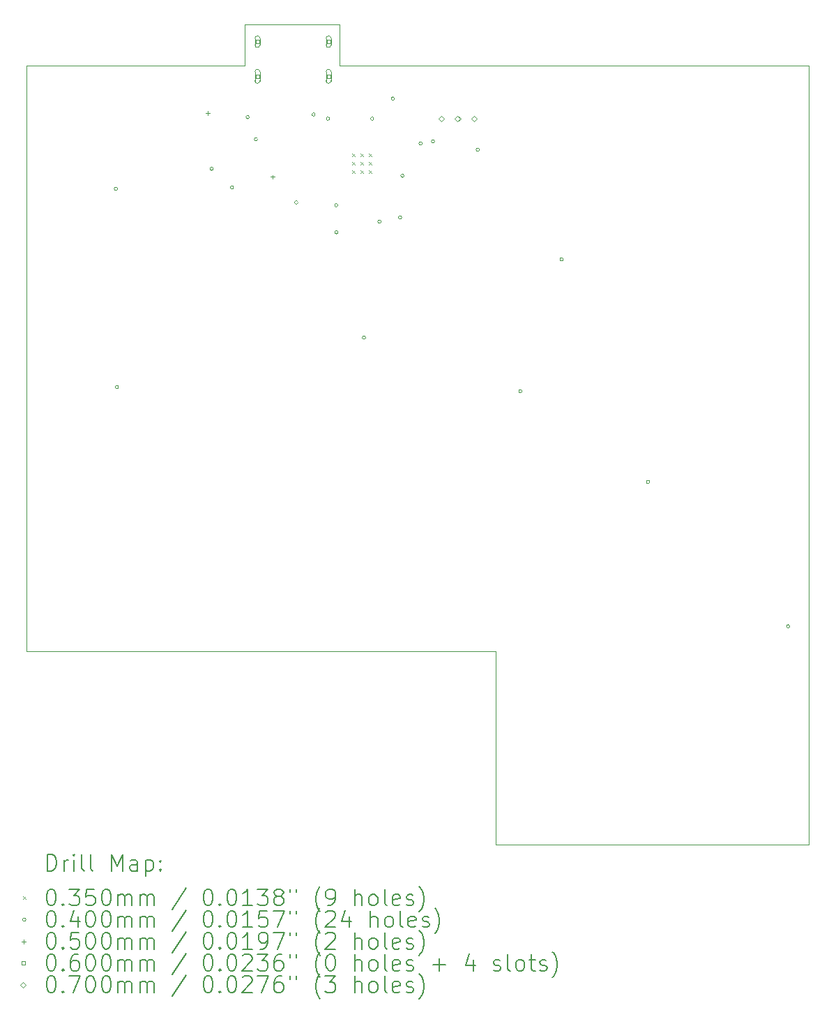
<source format=gbr>
%TF.GenerationSoftware,KiCad,Pcbnew,8.0.4*%
%TF.CreationDate,2024-07-30T01:55:00-07:00*%
%TF.ProjectId,3board_a,33626f61-7264-45f6-912e-6b696361645f,rev?*%
%TF.SameCoordinates,Original*%
%TF.FileFunction,Drillmap*%
%TF.FilePolarity,Positive*%
%FSLAX45Y45*%
G04 Gerber Fmt 4.5, Leading zero omitted, Abs format (unit mm)*
G04 Created by KiCad (PCBNEW 8.0.4) date 2024-07-30 01:55:00*
%MOMM*%
%LPD*%
G01*
G04 APERTURE LIST*
%ADD10C,0.100000*%
%ADD11C,0.200000*%
G04 APERTURE END LIST*
D10*
X13900000Y-11950000D02*
X10100000Y-11950000D01*
X7050000Y-2500000D02*
X7050000Y-2000000D01*
X10100000Y-11950000D02*
X10100000Y-9600000D01*
X13900000Y-2500000D02*
X13900000Y-11950000D01*
X10100000Y-9600000D02*
X4400000Y-9600000D01*
X7050000Y-2000000D02*
X8200000Y-2000000D01*
X4400000Y-2500000D02*
X7050000Y-2500000D01*
X4400000Y-9600000D02*
X4400000Y-2500000D01*
X8200000Y-2500000D02*
X13900000Y-2500000D01*
X8200000Y-2000000D02*
X8200000Y-2500000D01*
D11*
D10*
X8352500Y-3564900D02*
X8387500Y-3599900D01*
X8387500Y-3564900D02*
X8352500Y-3599900D01*
X8352500Y-3666500D02*
X8387500Y-3701500D01*
X8387500Y-3666500D02*
X8352500Y-3701500D01*
X8352500Y-3768100D02*
X8387500Y-3803100D01*
X8387500Y-3768100D02*
X8352500Y-3803100D01*
X8454100Y-3564900D02*
X8489100Y-3599900D01*
X8489100Y-3564900D02*
X8454100Y-3599900D01*
X8454100Y-3666500D02*
X8489100Y-3701500D01*
X8489100Y-3666500D02*
X8454100Y-3701500D01*
X8454100Y-3768100D02*
X8489100Y-3803100D01*
X8489100Y-3768100D02*
X8454100Y-3803100D01*
X8555700Y-3564900D02*
X8590700Y-3599900D01*
X8590700Y-3564900D02*
X8555700Y-3599900D01*
X8555700Y-3666500D02*
X8590700Y-3701500D01*
X8590700Y-3666500D02*
X8555700Y-3701500D01*
X8555700Y-3768100D02*
X8590700Y-3803100D01*
X8590700Y-3768100D02*
X8555700Y-3803100D01*
X5508000Y-3993000D02*
G75*
G02*
X5468000Y-3993000I-20000J0D01*
G01*
X5468000Y-3993000D02*
G75*
G02*
X5508000Y-3993000I20000J0D01*
G01*
X5520000Y-6400000D02*
G75*
G02*
X5480000Y-6400000I-20000J0D01*
G01*
X5480000Y-6400000D02*
G75*
G02*
X5520000Y-6400000I20000J0D01*
G01*
X6670000Y-3750000D02*
G75*
G02*
X6630000Y-3750000I-20000J0D01*
G01*
X6630000Y-3750000D02*
G75*
G02*
X6670000Y-3750000I20000J0D01*
G01*
X6916800Y-3976100D02*
G75*
G02*
X6876800Y-3976100I-20000J0D01*
G01*
X6876800Y-3976100D02*
G75*
G02*
X6916800Y-3976100I20000J0D01*
G01*
X7107300Y-3125200D02*
G75*
G02*
X7067300Y-3125200I-20000J0D01*
G01*
X7067300Y-3125200D02*
G75*
G02*
X7107300Y-3125200I20000J0D01*
G01*
X7208000Y-3393000D02*
G75*
G02*
X7168000Y-3393000I-20000J0D01*
G01*
X7168000Y-3393000D02*
G75*
G02*
X7208000Y-3393000I20000J0D01*
G01*
X7697850Y-4160250D02*
G75*
G02*
X7657850Y-4160250I-20000J0D01*
G01*
X7657850Y-4160250D02*
G75*
G02*
X7697850Y-4160250I20000J0D01*
G01*
X7908000Y-3093000D02*
G75*
G02*
X7868000Y-3093000I-20000J0D01*
G01*
X7868000Y-3093000D02*
G75*
G02*
X7908000Y-3093000I20000J0D01*
G01*
X8083000Y-3143000D02*
G75*
G02*
X8043000Y-3143000I-20000J0D01*
G01*
X8043000Y-3143000D02*
G75*
G02*
X8083000Y-3143000I20000J0D01*
G01*
X8183000Y-4193000D02*
G75*
G02*
X8143000Y-4193000I-20000J0D01*
G01*
X8143000Y-4193000D02*
G75*
G02*
X8183000Y-4193000I20000J0D01*
G01*
X8186800Y-4522200D02*
G75*
G02*
X8146800Y-4522200I-20000J0D01*
G01*
X8146800Y-4522200D02*
G75*
G02*
X8186800Y-4522200I20000J0D01*
G01*
X8520000Y-5800000D02*
G75*
G02*
X8480000Y-5800000I-20000J0D01*
G01*
X8480000Y-5800000D02*
G75*
G02*
X8520000Y-5800000I20000J0D01*
G01*
X8620000Y-3143000D02*
G75*
G02*
X8580000Y-3143000I-20000J0D01*
G01*
X8580000Y-3143000D02*
G75*
G02*
X8620000Y-3143000I20000J0D01*
G01*
X8708000Y-4393000D02*
G75*
G02*
X8668000Y-4393000I-20000J0D01*
G01*
X8668000Y-4393000D02*
G75*
G02*
X8708000Y-4393000I20000J0D01*
G01*
X8870000Y-2900000D02*
G75*
G02*
X8830000Y-2900000I-20000J0D01*
G01*
X8830000Y-2900000D02*
G75*
G02*
X8870000Y-2900000I20000J0D01*
G01*
X8958000Y-4343000D02*
G75*
G02*
X8918000Y-4343000I-20000J0D01*
G01*
X8918000Y-4343000D02*
G75*
G02*
X8958000Y-4343000I20000J0D01*
G01*
X8986900Y-3836400D02*
G75*
G02*
X8946900Y-3836400I-20000J0D01*
G01*
X8946900Y-3836400D02*
G75*
G02*
X8986900Y-3836400I20000J0D01*
G01*
X9208000Y-3443000D02*
G75*
G02*
X9168000Y-3443000I-20000J0D01*
G01*
X9168000Y-3443000D02*
G75*
G02*
X9208000Y-3443000I20000J0D01*
G01*
X9358000Y-3418000D02*
G75*
G02*
X9318000Y-3418000I-20000J0D01*
G01*
X9318000Y-3418000D02*
G75*
G02*
X9358000Y-3418000I20000J0D01*
G01*
X9901300Y-3518900D02*
G75*
G02*
X9861300Y-3518900I-20000J0D01*
G01*
X9861300Y-3518900D02*
G75*
G02*
X9901300Y-3518900I20000J0D01*
G01*
X10420000Y-6450000D02*
G75*
G02*
X10380000Y-6450000I-20000J0D01*
G01*
X10380000Y-6450000D02*
G75*
G02*
X10420000Y-6450000I20000J0D01*
G01*
X10920000Y-4850000D02*
G75*
G02*
X10880000Y-4850000I-20000J0D01*
G01*
X10880000Y-4850000D02*
G75*
G02*
X10920000Y-4850000I20000J0D01*
G01*
X11970000Y-7550000D02*
G75*
G02*
X11930000Y-7550000I-20000J0D01*
G01*
X11930000Y-7550000D02*
G75*
G02*
X11970000Y-7550000I20000J0D01*
G01*
X13670000Y-9300000D02*
G75*
G02*
X13630000Y-9300000I-20000J0D01*
G01*
X13630000Y-9300000D02*
G75*
G02*
X13670000Y-9300000I20000J0D01*
G01*
X6600000Y-3050000D02*
X6600000Y-3100000D01*
X6575000Y-3075000D02*
X6625000Y-3075000D01*
X7390000Y-3825000D02*
X7390000Y-3875000D01*
X7365000Y-3850000D02*
X7415000Y-3850000D01*
X7227213Y-2231213D02*
X7227213Y-2188787D01*
X7184787Y-2188787D01*
X7184787Y-2231213D01*
X7227213Y-2231213D01*
X7236000Y-2250000D02*
X7236000Y-2170000D01*
X7176000Y-2170000D02*
G75*
G02*
X7236000Y-2170000I30000J0D01*
G01*
X7176000Y-2170000D02*
X7176000Y-2250000D01*
X7176000Y-2250000D02*
G75*
G03*
X7236000Y-2250000I30000J0D01*
G01*
X7227213Y-2650713D02*
X7227213Y-2608287D01*
X7184787Y-2608287D01*
X7184787Y-2650713D01*
X7227213Y-2650713D01*
X7236000Y-2684500D02*
X7236000Y-2574500D01*
X7176000Y-2574500D02*
G75*
G02*
X7236000Y-2574500I30000J0D01*
G01*
X7176000Y-2574500D02*
X7176000Y-2684500D01*
X7176000Y-2684500D02*
G75*
G03*
X7236000Y-2684500I30000J0D01*
G01*
X8091213Y-2231213D02*
X8091213Y-2188787D01*
X8048787Y-2188787D01*
X8048787Y-2231213D01*
X8091213Y-2231213D01*
X8100000Y-2250000D02*
X8100000Y-2170000D01*
X8040000Y-2170000D02*
G75*
G02*
X8100000Y-2170000I30000J0D01*
G01*
X8040000Y-2170000D02*
X8040000Y-2250000D01*
X8040000Y-2250000D02*
G75*
G03*
X8100000Y-2250000I30000J0D01*
G01*
X8091213Y-2650713D02*
X8091213Y-2608287D01*
X8048787Y-2608287D01*
X8048787Y-2650713D01*
X8091213Y-2650713D01*
X8100000Y-2684500D02*
X8100000Y-2574500D01*
X8040000Y-2574500D02*
G75*
G02*
X8100000Y-2574500I30000J0D01*
G01*
X8040000Y-2574500D02*
X8040000Y-2684500D01*
X8040000Y-2684500D02*
G75*
G03*
X8100000Y-2684500I30000J0D01*
G01*
X9438000Y-3178000D02*
X9473000Y-3143000D01*
X9438000Y-3108000D01*
X9403000Y-3143000D01*
X9438000Y-3178000D01*
X9638000Y-3178000D02*
X9673000Y-3143000D01*
X9638000Y-3108000D01*
X9603000Y-3143000D01*
X9638000Y-3178000D01*
X9838000Y-3178000D02*
X9873000Y-3143000D01*
X9838000Y-3108000D01*
X9803000Y-3143000D01*
X9838000Y-3178000D01*
D11*
X4655777Y-12266484D02*
X4655777Y-12066484D01*
X4655777Y-12066484D02*
X4703396Y-12066484D01*
X4703396Y-12066484D02*
X4731967Y-12076008D01*
X4731967Y-12076008D02*
X4751015Y-12095055D01*
X4751015Y-12095055D02*
X4760539Y-12114103D01*
X4760539Y-12114103D02*
X4770063Y-12152198D01*
X4770063Y-12152198D02*
X4770063Y-12180769D01*
X4770063Y-12180769D02*
X4760539Y-12218865D01*
X4760539Y-12218865D02*
X4751015Y-12237912D01*
X4751015Y-12237912D02*
X4731967Y-12256960D01*
X4731967Y-12256960D02*
X4703396Y-12266484D01*
X4703396Y-12266484D02*
X4655777Y-12266484D01*
X4855777Y-12266484D02*
X4855777Y-12133150D01*
X4855777Y-12171246D02*
X4865301Y-12152198D01*
X4865301Y-12152198D02*
X4874824Y-12142674D01*
X4874824Y-12142674D02*
X4893872Y-12133150D01*
X4893872Y-12133150D02*
X4912920Y-12133150D01*
X4979586Y-12266484D02*
X4979586Y-12133150D01*
X4979586Y-12066484D02*
X4970063Y-12076008D01*
X4970063Y-12076008D02*
X4979586Y-12085531D01*
X4979586Y-12085531D02*
X4989110Y-12076008D01*
X4989110Y-12076008D02*
X4979586Y-12066484D01*
X4979586Y-12066484D02*
X4979586Y-12085531D01*
X5103396Y-12266484D02*
X5084348Y-12256960D01*
X5084348Y-12256960D02*
X5074824Y-12237912D01*
X5074824Y-12237912D02*
X5074824Y-12066484D01*
X5208158Y-12266484D02*
X5189110Y-12256960D01*
X5189110Y-12256960D02*
X5179586Y-12237912D01*
X5179586Y-12237912D02*
X5179586Y-12066484D01*
X5436729Y-12266484D02*
X5436729Y-12066484D01*
X5436729Y-12066484D02*
X5503396Y-12209341D01*
X5503396Y-12209341D02*
X5570063Y-12066484D01*
X5570063Y-12066484D02*
X5570063Y-12266484D01*
X5751015Y-12266484D02*
X5751015Y-12161722D01*
X5751015Y-12161722D02*
X5741491Y-12142674D01*
X5741491Y-12142674D02*
X5722443Y-12133150D01*
X5722443Y-12133150D02*
X5684348Y-12133150D01*
X5684348Y-12133150D02*
X5665301Y-12142674D01*
X5751015Y-12256960D02*
X5731967Y-12266484D01*
X5731967Y-12266484D02*
X5684348Y-12266484D01*
X5684348Y-12266484D02*
X5665301Y-12256960D01*
X5665301Y-12256960D02*
X5655777Y-12237912D01*
X5655777Y-12237912D02*
X5655777Y-12218865D01*
X5655777Y-12218865D02*
X5665301Y-12199817D01*
X5665301Y-12199817D02*
X5684348Y-12190293D01*
X5684348Y-12190293D02*
X5731967Y-12190293D01*
X5731967Y-12190293D02*
X5751015Y-12180769D01*
X5846253Y-12133150D02*
X5846253Y-12333150D01*
X5846253Y-12142674D02*
X5865301Y-12133150D01*
X5865301Y-12133150D02*
X5903396Y-12133150D01*
X5903396Y-12133150D02*
X5922443Y-12142674D01*
X5922443Y-12142674D02*
X5931967Y-12152198D01*
X5931967Y-12152198D02*
X5941491Y-12171246D01*
X5941491Y-12171246D02*
X5941491Y-12228388D01*
X5941491Y-12228388D02*
X5931967Y-12247436D01*
X5931967Y-12247436D02*
X5922443Y-12256960D01*
X5922443Y-12256960D02*
X5903396Y-12266484D01*
X5903396Y-12266484D02*
X5865301Y-12266484D01*
X5865301Y-12266484D02*
X5846253Y-12256960D01*
X6027205Y-12247436D02*
X6036729Y-12256960D01*
X6036729Y-12256960D02*
X6027205Y-12266484D01*
X6027205Y-12266484D02*
X6017682Y-12256960D01*
X6017682Y-12256960D02*
X6027205Y-12247436D01*
X6027205Y-12247436D02*
X6027205Y-12266484D01*
X6027205Y-12142674D02*
X6036729Y-12152198D01*
X6036729Y-12152198D02*
X6027205Y-12161722D01*
X6027205Y-12161722D02*
X6017682Y-12152198D01*
X6017682Y-12152198D02*
X6027205Y-12142674D01*
X6027205Y-12142674D02*
X6027205Y-12161722D01*
D10*
X4360000Y-12577500D02*
X4395000Y-12612500D01*
X4395000Y-12577500D02*
X4360000Y-12612500D01*
D11*
X4693872Y-12486484D02*
X4712920Y-12486484D01*
X4712920Y-12486484D02*
X4731967Y-12496008D01*
X4731967Y-12496008D02*
X4741491Y-12505531D01*
X4741491Y-12505531D02*
X4751015Y-12524579D01*
X4751015Y-12524579D02*
X4760539Y-12562674D01*
X4760539Y-12562674D02*
X4760539Y-12610293D01*
X4760539Y-12610293D02*
X4751015Y-12648388D01*
X4751015Y-12648388D02*
X4741491Y-12667436D01*
X4741491Y-12667436D02*
X4731967Y-12676960D01*
X4731967Y-12676960D02*
X4712920Y-12686484D01*
X4712920Y-12686484D02*
X4693872Y-12686484D01*
X4693872Y-12686484D02*
X4674824Y-12676960D01*
X4674824Y-12676960D02*
X4665301Y-12667436D01*
X4665301Y-12667436D02*
X4655777Y-12648388D01*
X4655777Y-12648388D02*
X4646253Y-12610293D01*
X4646253Y-12610293D02*
X4646253Y-12562674D01*
X4646253Y-12562674D02*
X4655777Y-12524579D01*
X4655777Y-12524579D02*
X4665301Y-12505531D01*
X4665301Y-12505531D02*
X4674824Y-12496008D01*
X4674824Y-12496008D02*
X4693872Y-12486484D01*
X4846253Y-12667436D02*
X4855777Y-12676960D01*
X4855777Y-12676960D02*
X4846253Y-12686484D01*
X4846253Y-12686484D02*
X4836729Y-12676960D01*
X4836729Y-12676960D02*
X4846253Y-12667436D01*
X4846253Y-12667436D02*
X4846253Y-12686484D01*
X4922444Y-12486484D02*
X5046253Y-12486484D01*
X5046253Y-12486484D02*
X4979586Y-12562674D01*
X4979586Y-12562674D02*
X5008158Y-12562674D01*
X5008158Y-12562674D02*
X5027205Y-12572198D01*
X5027205Y-12572198D02*
X5036729Y-12581722D01*
X5036729Y-12581722D02*
X5046253Y-12600769D01*
X5046253Y-12600769D02*
X5046253Y-12648388D01*
X5046253Y-12648388D02*
X5036729Y-12667436D01*
X5036729Y-12667436D02*
X5027205Y-12676960D01*
X5027205Y-12676960D02*
X5008158Y-12686484D01*
X5008158Y-12686484D02*
X4951015Y-12686484D01*
X4951015Y-12686484D02*
X4931967Y-12676960D01*
X4931967Y-12676960D02*
X4922444Y-12667436D01*
X5227205Y-12486484D02*
X5131967Y-12486484D01*
X5131967Y-12486484D02*
X5122444Y-12581722D01*
X5122444Y-12581722D02*
X5131967Y-12572198D01*
X5131967Y-12572198D02*
X5151015Y-12562674D01*
X5151015Y-12562674D02*
X5198634Y-12562674D01*
X5198634Y-12562674D02*
X5217682Y-12572198D01*
X5217682Y-12572198D02*
X5227205Y-12581722D01*
X5227205Y-12581722D02*
X5236729Y-12600769D01*
X5236729Y-12600769D02*
X5236729Y-12648388D01*
X5236729Y-12648388D02*
X5227205Y-12667436D01*
X5227205Y-12667436D02*
X5217682Y-12676960D01*
X5217682Y-12676960D02*
X5198634Y-12686484D01*
X5198634Y-12686484D02*
X5151015Y-12686484D01*
X5151015Y-12686484D02*
X5131967Y-12676960D01*
X5131967Y-12676960D02*
X5122444Y-12667436D01*
X5360539Y-12486484D02*
X5379586Y-12486484D01*
X5379586Y-12486484D02*
X5398634Y-12496008D01*
X5398634Y-12496008D02*
X5408158Y-12505531D01*
X5408158Y-12505531D02*
X5417682Y-12524579D01*
X5417682Y-12524579D02*
X5427205Y-12562674D01*
X5427205Y-12562674D02*
X5427205Y-12610293D01*
X5427205Y-12610293D02*
X5417682Y-12648388D01*
X5417682Y-12648388D02*
X5408158Y-12667436D01*
X5408158Y-12667436D02*
X5398634Y-12676960D01*
X5398634Y-12676960D02*
X5379586Y-12686484D01*
X5379586Y-12686484D02*
X5360539Y-12686484D01*
X5360539Y-12686484D02*
X5341491Y-12676960D01*
X5341491Y-12676960D02*
X5331967Y-12667436D01*
X5331967Y-12667436D02*
X5322444Y-12648388D01*
X5322444Y-12648388D02*
X5312920Y-12610293D01*
X5312920Y-12610293D02*
X5312920Y-12562674D01*
X5312920Y-12562674D02*
X5322444Y-12524579D01*
X5322444Y-12524579D02*
X5331967Y-12505531D01*
X5331967Y-12505531D02*
X5341491Y-12496008D01*
X5341491Y-12496008D02*
X5360539Y-12486484D01*
X5512920Y-12686484D02*
X5512920Y-12553150D01*
X5512920Y-12572198D02*
X5522444Y-12562674D01*
X5522444Y-12562674D02*
X5541491Y-12553150D01*
X5541491Y-12553150D02*
X5570063Y-12553150D01*
X5570063Y-12553150D02*
X5589110Y-12562674D01*
X5589110Y-12562674D02*
X5598634Y-12581722D01*
X5598634Y-12581722D02*
X5598634Y-12686484D01*
X5598634Y-12581722D02*
X5608158Y-12562674D01*
X5608158Y-12562674D02*
X5627205Y-12553150D01*
X5627205Y-12553150D02*
X5655777Y-12553150D01*
X5655777Y-12553150D02*
X5674824Y-12562674D01*
X5674824Y-12562674D02*
X5684348Y-12581722D01*
X5684348Y-12581722D02*
X5684348Y-12686484D01*
X5779586Y-12686484D02*
X5779586Y-12553150D01*
X5779586Y-12572198D02*
X5789110Y-12562674D01*
X5789110Y-12562674D02*
X5808158Y-12553150D01*
X5808158Y-12553150D02*
X5836729Y-12553150D01*
X5836729Y-12553150D02*
X5855777Y-12562674D01*
X5855777Y-12562674D02*
X5865301Y-12581722D01*
X5865301Y-12581722D02*
X5865301Y-12686484D01*
X5865301Y-12581722D02*
X5874824Y-12562674D01*
X5874824Y-12562674D02*
X5893872Y-12553150D01*
X5893872Y-12553150D02*
X5922443Y-12553150D01*
X5922443Y-12553150D02*
X5941491Y-12562674D01*
X5941491Y-12562674D02*
X5951015Y-12581722D01*
X5951015Y-12581722D02*
X5951015Y-12686484D01*
X6341491Y-12476960D02*
X6170063Y-12734103D01*
X6598634Y-12486484D02*
X6617682Y-12486484D01*
X6617682Y-12486484D02*
X6636729Y-12496008D01*
X6636729Y-12496008D02*
X6646253Y-12505531D01*
X6646253Y-12505531D02*
X6655777Y-12524579D01*
X6655777Y-12524579D02*
X6665301Y-12562674D01*
X6665301Y-12562674D02*
X6665301Y-12610293D01*
X6665301Y-12610293D02*
X6655777Y-12648388D01*
X6655777Y-12648388D02*
X6646253Y-12667436D01*
X6646253Y-12667436D02*
X6636729Y-12676960D01*
X6636729Y-12676960D02*
X6617682Y-12686484D01*
X6617682Y-12686484D02*
X6598634Y-12686484D01*
X6598634Y-12686484D02*
X6579586Y-12676960D01*
X6579586Y-12676960D02*
X6570063Y-12667436D01*
X6570063Y-12667436D02*
X6560539Y-12648388D01*
X6560539Y-12648388D02*
X6551015Y-12610293D01*
X6551015Y-12610293D02*
X6551015Y-12562674D01*
X6551015Y-12562674D02*
X6560539Y-12524579D01*
X6560539Y-12524579D02*
X6570063Y-12505531D01*
X6570063Y-12505531D02*
X6579586Y-12496008D01*
X6579586Y-12496008D02*
X6598634Y-12486484D01*
X6751015Y-12667436D02*
X6760539Y-12676960D01*
X6760539Y-12676960D02*
X6751015Y-12686484D01*
X6751015Y-12686484D02*
X6741491Y-12676960D01*
X6741491Y-12676960D02*
X6751015Y-12667436D01*
X6751015Y-12667436D02*
X6751015Y-12686484D01*
X6884348Y-12486484D02*
X6903396Y-12486484D01*
X6903396Y-12486484D02*
X6922444Y-12496008D01*
X6922444Y-12496008D02*
X6931967Y-12505531D01*
X6931967Y-12505531D02*
X6941491Y-12524579D01*
X6941491Y-12524579D02*
X6951015Y-12562674D01*
X6951015Y-12562674D02*
X6951015Y-12610293D01*
X6951015Y-12610293D02*
X6941491Y-12648388D01*
X6941491Y-12648388D02*
X6931967Y-12667436D01*
X6931967Y-12667436D02*
X6922444Y-12676960D01*
X6922444Y-12676960D02*
X6903396Y-12686484D01*
X6903396Y-12686484D02*
X6884348Y-12686484D01*
X6884348Y-12686484D02*
X6865301Y-12676960D01*
X6865301Y-12676960D02*
X6855777Y-12667436D01*
X6855777Y-12667436D02*
X6846253Y-12648388D01*
X6846253Y-12648388D02*
X6836729Y-12610293D01*
X6836729Y-12610293D02*
X6836729Y-12562674D01*
X6836729Y-12562674D02*
X6846253Y-12524579D01*
X6846253Y-12524579D02*
X6855777Y-12505531D01*
X6855777Y-12505531D02*
X6865301Y-12496008D01*
X6865301Y-12496008D02*
X6884348Y-12486484D01*
X7141491Y-12686484D02*
X7027206Y-12686484D01*
X7084348Y-12686484D02*
X7084348Y-12486484D01*
X7084348Y-12486484D02*
X7065301Y-12515055D01*
X7065301Y-12515055D02*
X7046253Y-12534103D01*
X7046253Y-12534103D02*
X7027206Y-12543627D01*
X7208158Y-12486484D02*
X7331967Y-12486484D01*
X7331967Y-12486484D02*
X7265301Y-12562674D01*
X7265301Y-12562674D02*
X7293872Y-12562674D01*
X7293872Y-12562674D02*
X7312920Y-12572198D01*
X7312920Y-12572198D02*
X7322444Y-12581722D01*
X7322444Y-12581722D02*
X7331967Y-12600769D01*
X7331967Y-12600769D02*
X7331967Y-12648388D01*
X7331967Y-12648388D02*
X7322444Y-12667436D01*
X7322444Y-12667436D02*
X7312920Y-12676960D01*
X7312920Y-12676960D02*
X7293872Y-12686484D01*
X7293872Y-12686484D02*
X7236729Y-12686484D01*
X7236729Y-12686484D02*
X7217682Y-12676960D01*
X7217682Y-12676960D02*
X7208158Y-12667436D01*
X7446253Y-12572198D02*
X7427206Y-12562674D01*
X7427206Y-12562674D02*
X7417682Y-12553150D01*
X7417682Y-12553150D02*
X7408158Y-12534103D01*
X7408158Y-12534103D02*
X7408158Y-12524579D01*
X7408158Y-12524579D02*
X7417682Y-12505531D01*
X7417682Y-12505531D02*
X7427206Y-12496008D01*
X7427206Y-12496008D02*
X7446253Y-12486484D01*
X7446253Y-12486484D02*
X7484348Y-12486484D01*
X7484348Y-12486484D02*
X7503396Y-12496008D01*
X7503396Y-12496008D02*
X7512920Y-12505531D01*
X7512920Y-12505531D02*
X7522444Y-12524579D01*
X7522444Y-12524579D02*
X7522444Y-12534103D01*
X7522444Y-12534103D02*
X7512920Y-12553150D01*
X7512920Y-12553150D02*
X7503396Y-12562674D01*
X7503396Y-12562674D02*
X7484348Y-12572198D01*
X7484348Y-12572198D02*
X7446253Y-12572198D01*
X7446253Y-12572198D02*
X7427206Y-12581722D01*
X7427206Y-12581722D02*
X7417682Y-12591246D01*
X7417682Y-12591246D02*
X7408158Y-12610293D01*
X7408158Y-12610293D02*
X7408158Y-12648388D01*
X7408158Y-12648388D02*
X7417682Y-12667436D01*
X7417682Y-12667436D02*
X7427206Y-12676960D01*
X7427206Y-12676960D02*
X7446253Y-12686484D01*
X7446253Y-12686484D02*
X7484348Y-12686484D01*
X7484348Y-12686484D02*
X7503396Y-12676960D01*
X7503396Y-12676960D02*
X7512920Y-12667436D01*
X7512920Y-12667436D02*
X7522444Y-12648388D01*
X7522444Y-12648388D02*
X7522444Y-12610293D01*
X7522444Y-12610293D02*
X7512920Y-12591246D01*
X7512920Y-12591246D02*
X7503396Y-12581722D01*
X7503396Y-12581722D02*
X7484348Y-12572198D01*
X7598634Y-12486484D02*
X7598634Y-12524579D01*
X7674825Y-12486484D02*
X7674825Y-12524579D01*
X7970063Y-12762674D02*
X7960539Y-12753150D01*
X7960539Y-12753150D02*
X7941491Y-12724579D01*
X7941491Y-12724579D02*
X7931968Y-12705531D01*
X7931968Y-12705531D02*
X7922444Y-12676960D01*
X7922444Y-12676960D02*
X7912920Y-12629341D01*
X7912920Y-12629341D02*
X7912920Y-12591246D01*
X7912920Y-12591246D02*
X7922444Y-12543627D01*
X7922444Y-12543627D02*
X7931968Y-12515055D01*
X7931968Y-12515055D02*
X7941491Y-12496008D01*
X7941491Y-12496008D02*
X7960539Y-12467436D01*
X7960539Y-12467436D02*
X7970063Y-12457912D01*
X8055777Y-12686484D02*
X8093872Y-12686484D01*
X8093872Y-12686484D02*
X8112920Y-12676960D01*
X8112920Y-12676960D02*
X8122444Y-12667436D01*
X8122444Y-12667436D02*
X8141491Y-12638865D01*
X8141491Y-12638865D02*
X8151015Y-12600769D01*
X8151015Y-12600769D02*
X8151015Y-12524579D01*
X8151015Y-12524579D02*
X8141491Y-12505531D01*
X8141491Y-12505531D02*
X8131968Y-12496008D01*
X8131968Y-12496008D02*
X8112920Y-12486484D01*
X8112920Y-12486484D02*
X8074825Y-12486484D01*
X8074825Y-12486484D02*
X8055777Y-12496008D01*
X8055777Y-12496008D02*
X8046253Y-12505531D01*
X8046253Y-12505531D02*
X8036729Y-12524579D01*
X8036729Y-12524579D02*
X8036729Y-12572198D01*
X8036729Y-12572198D02*
X8046253Y-12591246D01*
X8046253Y-12591246D02*
X8055777Y-12600769D01*
X8055777Y-12600769D02*
X8074825Y-12610293D01*
X8074825Y-12610293D02*
X8112920Y-12610293D01*
X8112920Y-12610293D02*
X8131968Y-12600769D01*
X8131968Y-12600769D02*
X8141491Y-12591246D01*
X8141491Y-12591246D02*
X8151015Y-12572198D01*
X8389111Y-12686484D02*
X8389111Y-12486484D01*
X8474825Y-12686484D02*
X8474825Y-12581722D01*
X8474825Y-12581722D02*
X8465301Y-12562674D01*
X8465301Y-12562674D02*
X8446253Y-12553150D01*
X8446253Y-12553150D02*
X8417682Y-12553150D01*
X8417682Y-12553150D02*
X8398634Y-12562674D01*
X8398634Y-12562674D02*
X8389111Y-12572198D01*
X8598634Y-12686484D02*
X8579587Y-12676960D01*
X8579587Y-12676960D02*
X8570063Y-12667436D01*
X8570063Y-12667436D02*
X8560539Y-12648388D01*
X8560539Y-12648388D02*
X8560539Y-12591246D01*
X8560539Y-12591246D02*
X8570063Y-12572198D01*
X8570063Y-12572198D02*
X8579587Y-12562674D01*
X8579587Y-12562674D02*
X8598634Y-12553150D01*
X8598634Y-12553150D02*
X8627206Y-12553150D01*
X8627206Y-12553150D02*
X8646253Y-12562674D01*
X8646253Y-12562674D02*
X8655777Y-12572198D01*
X8655777Y-12572198D02*
X8665301Y-12591246D01*
X8665301Y-12591246D02*
X8665301Y-12648388D01*
X8665301Y-12648388D02*
X8655777Y-12667436D01*
X8655777Y-12667436D02*
X8646253Y-12676960D01*
X8646253Y-12676960D02*
X8627206Y-12686484D01*
X8627206Y-12686484D02*
X8598634Y-12686484D01*
X8779587Y-12686484D02*
X8760539Y-12676960D01*
X8760539Y-12676960D02*
X8751015Y-12657912D01*
X8751015Y-12657912D02*
X8751015Y-12486484D01*
X8931968Y-12676960D02*
X8912920Y-12686484D01*
X8912920Y-12686484D02*
X8874825Y-12686484D01*
X8874825Y-12686484D02*
X8855777Y-12676960D01*
X8855777Y-12676960D02*
X8846253Y-12657912D01*
X8846253Y-12657912D02*
X8846253Y-12581722D01*
X8846253Y-12581722D02*
X8855777Y-12562674D01*
X8855777Y-12562674D02*
X8874825Y-12553150D01*
X8874825Y-12553150D02*
X8912920Y-12553150D01*
X8912920Y-12553150D02*
X8931968Y-12562674D01*
X8931968Y-12562674D02*
X8941492Y-12581722D01*
X8941492Y-12581722D02*
X8941492Y-12600769D01*
X8941492Y-12600769D02*
X8846253Y-12619817D01*
X9017682Y-12676960D02*
X9036730Y-12686484D01*
X9036730Y-12686484D02*
X9074825Y-12686484D01*
X9074825Y-12686484D02*
X9093873Y-12676960D01*
X9093873Y-12676960D02*
X9103396Y-12657912D01*
X9103396Y-12657912D02*
X9103396Y-12648388D01*
X9103396Y-12648388D02*
X9093873Y-12629341D01*
X9093873Y-12629341D02*
X9074825Y-12619817D01*
X9074825Y-12619817D02*
X9046253Y-12619817D01*
X9046253Y-12619817D02*
X9027206Y-12610293D01*
X9027206Y-12610293D02*
X9017682Y-12591246D01*
X9017682Y-12591246D02*
X9017682Y-12581722D01*
X9017682Y-12581722D02*
X9027206Y-12562674D01*
X9027206Y-12562674D02*
X9046253Y-12553150D01*
X9046253Y-12553150D02*
X9074825Y-12553150D01*
X9074825Y-12553150D02*
X9093873Y-12562674D01*
X9170063Y-12762674D02*
X9179587Y-12753150D01*
X9179587Y-12753150D02*
X9198634Y-12724579D01*
X9198634Y-12724579D02*
X9208158Y-12705531D01*
X9208158Y-12705531D02*
X9217682Y-12676960D01*
X9217682Y-12676960D02*
X9227206Y-12629341D01*
X9227206Y-12629341D02*
X9227206Y-12591246D01*
X9227206Y-12591246D02*
X9217682Y-12543627D01*
X9217682Y-12543627D02*
X9208158Y-12515055D01*
X9208158Y-12515055D02*
X9198634Y-12496008D01*
X9198634Y-12496008D02*
X9179587Y-12467436D01*
X9179587Y-12467436D02*
X9170063Y-12457912D01*
D10*
X4395000Y-12859000D02*
G75*
G02*
X4355000Y-12859000I-20000J0D01*
G01*
X4355000Y-12859000D02*
G75*
G02*
X4395000Y-12859000I20000J0D01*
G01*
D11*
X4693872Y-12750484D02*
X4712920Y-12750484D01*
X4712920Y-12750484D02*
X4731967Y-12760008D01*
X4731967Y-12760008D02*
X4741491Y-12769531D01*
X4741491Y-12769531D02*
X4751015Y-12788579D01*
X4751015Y-12788579D02*
X4760539Y-12826674D01*
X4760539Y-12826674D02*
X4760539Y-12874293D01*
X4760539Y-12874293D02*
X4751015Y-12912388D01*
X4751015Y-12912388D02*
X4741491Y-12931436D01*
X4741491Y-12931436D02*
X4731967Y-12940960D01*
X4731967Y-12940960D02*
X4712920Y-12950484D01*
X4712920Y-12950484D02*
X4693872Y-12950484D01*
X4693872Y-12950484D02*
X4674824Y-12940960D01*
X4674824Y-12940960D02*
X4665301Y-12931436D01*
X4665301Y-12931436D02*
X4655777Y-12912388D01*
X4655777Y-12912388D02*
X4646253Y-12874293D01*
X4646253Y-12874293D02*
X4646253Y-12826674D01*
X4646253Y-12826674D02*
X4655777Y-12788579D01*
X4655777Y-12788579D02*
X4665301Y-12769531D01*
X4665301Y-12769531D02*
X4674824Y-12760008D01*
X4674824Y-12760008D02*
X4693872Y-12750484D01*
X4846253Y-12931436D02*
X4855777Y-12940960D01*
X4855777Y-12940960D02*
X4846253Y-12950484D01*
X4846253Y-12950484D02*
X4836729Y-12940960D01*
X4836729Y-12940960D02*
X4846253Y-12931436D01*
X4846253Y-12931436D02*
X4846253Y-12950484D01*
X5027205Y-12817150D02*
X5027205Y-12950484D01*
X4979586Y-12740960D02*
X4931967Y-12883817D01*
X4931967Y-12883817D02*
X5055777Y-12883817D01*
X5170063Y-12750484D02*
X5189110Y-12750484D01*
X5189110Y-12750484D02*
X5208158Y-12760008D01*
X5208158Y-12760008D02*
X5217682Y-12769531D01*
X5217682Y-12769531D02*
X5227205Y-12788579D01*
X5227205Y-12788579D02*
X5236729Y-12826674D01*
X5236729Y-12826674D02*
X5236729Y-12874293D01*
X5236729Y-12874293D02*
X5227205Y-12912388D01*
X5227205Y-12912388D02*
X5217682Y-12931436D01*
X5217682Y-12931436D02*
X5208158Y-12940960D01*
X5208158Y-12940960D02*
X5189110Y-12950484D01*
X5189110Y-12950484D02*
X5170063Y-12950484D01*
X5170063Y-12950484D02*
X5151015Y-12940960D01*
X5151015Y-12940960D02*
X5141491Y-12931436D01*
X5141491Y-12931436D02*
X5131967Y-12912388D01*
X5131967Y-12912388D02*
X5122444Y-12874293D01*
X5122444Y-12874293D02*
X5122444Y-12826674D01*
X5122444Y-12826674D02*
X5131967Y-12788579D01*
X5131967Y-12788579D02*
X5141491Y-12769531D01*
X5141491Y-12769531D02*
X5151015Y-12760008D01*
X5151015Y-12760008D02*
X5170063Y-12750484D01*
X5360539Y-12750484D02*
X5379586Y-12750484D01*
X5379586Y-12750484D02*
X5398634Y-12760008D01*
X5398634Y-12760008D02*
X5408158Y-12769531D01*
X5408158Y-12769531D02*
X5417682Y-12788579D01*
X5417682Y-12788579D02*
X5427205Y-12826674D01*
X5427205Y-12826674D02*
X5427205Y-12874293D01*
X5427205Y-12874293D02*
X5417682Y-12912388D01*
X5417682Y-12912388D02*
X5408158Y-12931436D01*
X5408158Y-12931436D02*
X5398634Y-12940960D01*
X5398634Y-12940960D02*
X5379586Y-12950484D01*
X5379586Y-12950484D02*
X5360539Y-12950484D01*
X5360539Y-12950484D02*
X5341491Y-12940960D01*
X5341491Y-12940960D02*
X5331967Y-12931436D01*
X5331967Y-12931436D02*
X5322444Y-12912388D01*
X5322444Y-12912388D02*
X5312920Y-12874293D01*
X5312920Y-12874293D02*
X5312920Y-12826674D01*
X5312920Y-12826674D02*
X5322444Y-12788579D01*
X5322444Y-12788579D02*
X5331967Y-12769531D01*
X5331967Y-12769531D02*
X5341491Y-12760008D01*
X5341491Y-12760008D02*
X5360539Y-12750484D01*
X5512920Y-12950484D02*
X5512920Y-12817150D01*
X5512920Y-12836198D02*
X5522444Y-12826674D01*
X5522444Y-12826674D02*
X5541491Y-12817150D01*
X5541491Y-12817150D02*
X5570063Y-12817150D01*
X5570063Y-12817150D02*
X5589110Y-12826674D01*
X5589110Y-12826674D02*
X5598634Y-12845722D01*
X5598634Y-12845722D02*
X5598634Y-12950484D01*
X5598634Y-12845722D02*
X5608158Y-12826674D01*
X5608158Y-12826674D02*
X5627205Y-12817150D01*
X5627205Y-12817150D02*
X5655777Y-12817150D01*
X5655777Y-12817150D02*
X5674824Y-12826674D01*
X5674824Y-12826674D02*
X5684348Y-12845722D01*
X5684348Y-12845722D02*
X5684348Y-12950484D01*
X5779586Y-12950484D02*
X5779586Y-12817150D01*
X5779586Y-12836198D02*
X5789110Y-12826674D01*
X5789110Y-12826674D02*
X5808158Y-12817150D01*
X5808158Y-12817150D02*
X5836729Y-12817150D01*
X5836729Y-12817150D02*
X5855777Y-12826674D01*
X5855777Y-12826674D02*
X5865301Y-12845722D01*
X5865301Y-12845722D02*
X5865301Y-12950484D01*
X5865301Y-12845722D02*
X5874824Y-12826674D01*
X5874824Y-12826674D02*
X5893872Y-12817150D01*
X5893872Y-12817150D02*
X5922443Y-12817150D01*
X5922443Y-12817150D02*
X5941491Y-12826674D01*
X5941491Y-12826674D02*
X5951015Y-12845722D01*
X5951015Y-12845722D02*
X5951015Y-12950484D01*
X6341491Y-12740960D02*
X6170063Y-12998103D01*
X6598634Y-12750484D02*
X6617682Y-12750484D01*
X6617682Y-12750484D02*
X6636729Y-12760008D01*
X6636729Y-12760008D02*
X6646253Y-12769531D01*
X6646253Y-12769531D02*
X6655777Y-12788579D01*
X6655777Y-12788579D02*
X6665301Y-12826674D01*
X6665301Y-12826674D02*
X6665301Y-12874293D01*
X6665301Y-12874293D02*
X6655777Y-12912388D01*
X6655777Y-12912388D02*
X6646253Y-12931436D01*
X6646253Y-12931436D02*
X6636729Y-12940960D01*
X6636729Y-12940960D02*
X6617682Y-12950484D01*
X6617682Y-12950484D02*
X6598634Y-12950484D01*
X6598634Y-12950484D02*
X6579586Y-12940960D01*
X6579586Y-12940960D02*
X6570063Y-12931436D01*
X6570063Y-12931436D02*
X6560539Y-12912388D01*
X6560539Y-12912388D02*
X6551015Y-12874293D01*
X6551015Y-12874293D02*
X6551015Y-12826674D01*
X6551015Y-12826674D02*
X6560539Y-12788579D01*
X6560539Y-12788579D02*
X6570063Y-12769531D01*
X6570063Y-12769531D02*
X6579586Y-12760008D01*
X6579586Y-12760008D02*
X6598634Y-12750484D01*
X6751015Y-12931436D02*
X6760539Y-12940960D01*
X6760539Y-12940960D02*
X6751015Y-12950484D01*
X6751015Y-12950484D02*
X6741491Y-12940960D01*
X6741491Y-12940960D02*
X6751015Y-12931436D01*
X6751015Y-12931436D02*
X6751015Y-12950484D01*
X6884348Y-12750484D02*
X6903396Y-12750484D01*
X6903396Y-12750484D02*
X6922444Y-12760008D01*
X6922444Y-12760008D02*
X6931967Y-12769531D01*
X6931967Y-12769531D02*
X6941491Y-12788579D01*
X6941491Y-12788579D02*
X6951015Y-12826674D01*
X6951015Y-12826674D02*
X6951015Y-12874293D01*
X6951015Y-12874293D02*
X6941491Y-12912388D01*
X6941491Y-12912388D02*
X6931967Y-12931436D01*
X6931967Y-12931436D02*
X6922444Y-12940960D01*
X6922444Y-12940960D02*
X6903396Y-12950484D01*
X6903396Y-12950484D02*
X6884348Y-12950484D01*
X6884348Y-12950484D02*
X6865301Y-12940960D01*
X6865301Y-12940960D02*
X6855777Y-12931436D01*
X6855777Y-12931436D02*
X6846253Y-12912388D01*
X6846253Y-12912388D02*
X6836729Y-12874293D01*
X6836729Y-12874293D02*
X6836729Y-12826674D01*
X6836729Y-12826674D02*
X6846253Y-12788579D01*
X6846253Y-12788579D02*
X6855777Y-12769531D01*
X6855777Y-12769531D02*
X6865301Y-12760008D01*
X6865301Y-12760008D02*
X6884348Y-12750484D01*
X7141491Y-12950484D02*
X7027206Y-12950484D01*
X7084348Y-12950484D02*
X7084348Y-12750484D01*
X7084348Y-12750484D02*
X7065301Y-12779055D01*
X7065301Y-12779055D02*
X7046253Y-12798103D01*
X7046253Y-12798103D02*
X7027206Y-12807627D01*
X7322444Y-12750484D02*
X7227206Y-12750484D01*
X7227206Y-12750484D02*
X7217682Y-12845722D01*
X7217682Y-12845722D02*
X7227206Y-12836198D01*
X7227206Y-12836198D02*
X7246253Y-12826674D01*
X7246253Y-12826674D02*
X7293872Y-12826674D01*
X7293872Y-12826674D02*
X7312920Y-12836198D01*
X7312920Y-12836198D02*
X7322444Y-12845722D01*
X7322444Y-12845722D02*
X7331967Y-12864769D01*
X7331967Y-12864769D02*
X7331967Y-12912388D01*
X7331967Y-12912388D02*
X7322444Y-12931436D01*
X7322444Y-12931436D02*
X7312920Y-12940960D01*
X7312920Y-12940960D02*
X7293872Y-12950484D01*
X7293872Y-12950484D02*
X7246253Y-12950484D01*
X7246253Y-12950484D02*
X7227206Y-12940960D01*
X7227206Y-12940960D02*
X7217682Y-12931436D01*
X7398634Y-12750484D02*
X7531967Y-12750484D01*
X7531967Y-12750484D02*
X7446253Y-12950484D01*
X7598634Y-12750484D02*
X7598634Y-12788579D01*
X7674825Y-12750484D02*
X7674825Y-12788579D01*
X7970063Y-13026674D02*
X7960539Y-13017150D01*
X7960539Y-13017150D02*
X7941491Y-12988579D01*
X7941491Y-12988579D02*
X7931968Y-12969531D01*
X7931968Y-12969531D02*
X7922444Y-12940960D01*
X7922444Y-12940960D02*
X7912920Y-12893341D01*
X7912920Y-12893341D02*
X7912920Y-12855246D01*
X7912920Y-12855246D02*
X7922444Y-12807627D01*
X7922444Y-12807627D02*
X7931968Y-12779055D01*
X7931968Y-12779055D02*
X7941491Y-12760008D01*
X7941491Y-12760008D02*
X7960539Y-12731436D01*
X7960539Y-12731436D02*
X7970063Y-12721912D01*
X8036729Y-12769531D02*
X8046253Y-12760008D01*
X8046253Y-12760008D02*
X8065301Y-12750484D01*
X8065301Y-12750484D02*
X8112920Y-12750484D01*
X8112920Y-12750484D02*
X8131968Y-12760008D01*
X8131968Y-12760008D02*
X8141491Y-12769531D01*
X8141491Y-12769531D02*
X8151015Y-12788579D01*
X8151015Y-12788579D02*
X8151015Y-12807627D01*
X8151015Y-12807627D02*
X8141491Y-12836198D01*
X8141491Y-12836198D02*
X8027206Y-12950484D01*
X8027206Y-12950484D02*
X8151015Y-12950484D01*
X8322444Y-12817150D02*
X8322444Y-12950484D01*
X8274825Y-12740960D02*
X8227206Y-12883817D01*
X8227206Y-12883817D02*
X8351015Y-12883817D01*
X8579587Y-12950484D02*
X8579587Y-12750484D01*
X8665301Y-12950484D02*
X8665301Y-12845722D01*
X8665301Y-12845722D02*
X8655777Y-12826674D01*
X8655777Y-12826674D02*
X8636730Y-12817150D01*
X8636730Y-12817150D02*
X8608158Y-12817150D01*
X8608158Y-12817150D02*
X8589111Y-12826674D01*
X8589111Y-12826674D02*
X8579587Y-12836198D01*
X8789111Y-12950484D02*
X8770063Y-12940960D01*
X8770063Y-12940960D02*
X8760539Y-12931436D01*
X8760539Y-12931436D02*
X8751015Y-12912388D01*
X8751015Y-12912388D02*
X8751015Y-12855246D01*
X8751015Y-12855246D02*
X8760539Y-12836198D01*
X8760539Y-12836198D02*
X8770063Y-12826674D01*
X8770063Y-12826674D02*
X8789111Y-12817150D01*
X8789111Y-12817150D02*
X8817682Y-12817150D01*
X8817682Y-12817150D02*
X8836730Y-12826674D01*
X8836730Y-12826674D02*
X8846253Y-12836198D01*
X8846253Y-12836198D02*
X8855777Y-12855246D01*
X8855777Y-12855246D02*
X8855777Y-12912388D01*
X8855777Y-12912388D02*
X8846253Y-12931436D01*
X8846253Y-12931436D02*
X8836730Y-12940960D01*
X8836730Y-12940960D02*
X8817682Y-12950484D01*
X8817682Y-12950484D02*
X8789111Y-12950484D01*
X8970063Y-12950484D02*
X8951015Y-12940960D01*
X8951015Y-12940960D02*
X8941492Y-12921912D01*
X8941492Y-12921912D02*
X8941492Y-12750484D01*
X9122444Y-12940960D02*
X9103396Y-12950484D01*
X9103396Y-12950484D02*
X9065301Y-12950484D01*
X9065301Y-12950484D02*
X9046253Y-12940960D01*
X9046253Y-12940960D02*
X9036730Y-12921912D01*
X9036730Y-12921912D02*
X9036730Y-12845722D01*
X9036730Y-12845722D02*
X9046253Y-12826674D01*
X9046253Y-12826674D02*
X9065301Y-12817150D01*
X9065301Y-12817150D02*
X9103396Y-12817150D01*
X9103396Y-12817150D02*
X9122444Y-12826674D01*
X9122444Y-12826674D02*
X9131968Y-12845722D01*
X9131968Y-12845722D02*
X9131968Y-12864769D01*
X9131968Y-12864769D02*
X9036730Y-12883817D01*
X9208158Y-12940960D02*
X9227206Y-12950484D01*
X9227206Y-12950484D02*
X9265301Y-12950484D01*
X9265301Y-12950484D02*
X9284349Y-12940960D01*
X9284349Y-12940960D02*
X9293873Y-12921912D01*
X9293873Y-12921912D02*
X9293873Y-12912388D01*
X9293873Y-12912388D02*
X9284349Y-12893341D01*
X9284349Y-12893341D02*
X9265301Y-12883817D01*
X9265301Y-12883817D02*
X9236730Y-12883817D01*
X9236730Y-12883817D02*
X9217682Y-12874293D01*
X9217682Y-12874293D02*
X9208158Y-12855246D01*
X9208158Y-12855246D02*
X9208158Y-12845722D01*
X9208158Y-12845722D02*
X9217682Y-12826674D01*
X9217682Y-12826674D02*
X9236730Y-12817150D01*
X9236730Y-12817150D02*
X9265301Y-12817150D01*
X9265301Y-12817150D02*
X9284349Y-12826674D01*
X9360539Y-13026674D02*
X9370063Y-13017150D01*
X9370063Y-13017150D02*
X9389111Y-12988579D01*
X9389111Y-12988579D02*
X9398634Y-12969531D01*
X9398634Y-12969531D02*
X9408158Y-12940960D01*
X9408158Y-12940960D02*
X9417682Y-12893341D01*
X9417682Y-12893341D02*
X9417682Y-12855246D01*
X9417682Y-12855246D02*
X9408158Y-12807627D01*
X9408158Y-12807627D02*
X9398634Y-12779055D01*
X9398634Y-12779055D02*
X9389111Y-12760008D01*
X9389111Y-12760008D02*
X9370063Y-12731436D01*
X9370063Y-12731436D02*
X9360539Y-12721912D01*
D10*
X4370000Y-13098000D02*
X4370000Y-13148000D01*
X4345000Y-13123000D02*
X4395000Y-13123000D01*
D11*
X4693872Y-13014484D02*
X4712920Y-13014484D01*
X4712920Y-13014484D02*
X4731967Y-13024008D01*
X4731967Y-13024008D02*
X4741491Y-13033531D01*
X4741491Y-13033531D02*
X4751015Y-13052579D01*
X4751015Y-13052579D02*
X4760539Y-13090674D01*
X4760539Y-13090674D02*
X4760539Y-13138293D01*
X4760539Y-13138293D02*
X4751015Y-13176388D01*
X4751015Y-13176388D02*
X4741491Y-13195436D01*
X4741491Y-13195436D02*
X4731967Y-13204960D01*
X4731967Y-13204960D02*
X4712920Y-13214484D01*
X4712920Y-13214484D02*
X4693872Y-13214484D01*
X4693872Y-13214484D02*
X4674824Y-13204960D01*
X4674824Y-13204960D02*
X4665301Y-13195436D01*
X4665301Y-13195436D02*
X4655777Y-13176388D01*
X4655777Y-13176388D02*
X4646253Y-13138293D01*
X4646253Y-13138293D02*
X4646253Y-13090674D01*
X4646253Y-13090674D02*
X4655777Y-13052579D01*
X4655777Y-13052579D02*
X4665301Y-13033531D01*
X4665301Y-13033531D02*
X4674824Y-13024008D01*
X4674824Y-13024008D02*
X4693872Y-13014484D01*
X4846253Y-13195436D02*
X4855777Y-13204960D01*
X4855777Y-13204960D02*
X4846253Y-13214484D01*
X4846253Y-13214484D02*
X4836729Y-13204960D01*
X4836729Y-13204960D02*
X4846253Y-13195436D01*
X4846253Y-13195436D02*
X4846253Y-13214484D01*
X5036729Y-13014484D02*
X4941491Y-13014484D01*
X4941491Y-13014484D02*
X4931967Y-13109722D01*
X4931967Y-13109722D02*
X4941491Y-13100198D01*
X4941491Y-13100198D02*
X4960539Y-13090674D01*
X4960539Y-13090674D02*
X5008158Y-13090674D01*
X5008158Y-13090674D02*
X5027205Y-13100198D01*
X5027205Y-13100198D02*
X5036729Y-13109722D01*
X5036729Y-13109722D02*
X5046253Y-13128769D01*
X5046253Y-13128769D02*
X5046253Y-13176388D01*
X5046253Y-13176388D02*
X5036729Y-13195436D01*
X5036729Y-13195436D02*
X5027205Y-13204960D01*
X5027205Y-13204960D02*
X5008158Y-13214484D01*
X5008158Y-13214484D02*
X4960539Y-13214484D01*
X4960539Y-13214484D02*
X4941491Y-13204960D01*
X4941491Y-13204960D02*
X4931967Y-13195436D01*
X5170063Y-13014484D02*
X5189110Y-13014484D01*
X5189110Y-13014484D02*
X5208158Y-13024008D01*
X5208158Y-13024008D02*
X5217682Y-13033531D01*
X5217682Y-13033531D02*
X5227205Y-13052579D01*
X5227205Y-13052579D02*
X5236729Y-13090674D01*
X5236729Y-13090674D02*
X5236729Y-13138293D01*
X5236729Y-13138293D02*
X5227205Y-13176388D01*
X5227205Y-13176388D02*
X5217682Y-13195436D01*
X5217682Y-13195436D02*
X5208158Y-13204960D01*
X5208158Y-13204960D02*
X5189110Y-13214484D01*
X5189110Y-13214484D02*
X5170063Y-13214484D01*
X5170063Y-13214484D02*
X5151015Y-13204960D01*
X5151015Y-13204960D02*
X5141491Y-13195436D01*
X5141491Y-13195436D02*
X5131967Y-13176388D01*
X5131967Y-13176388D02*
X5122444Y-13138293D01*
X5122444Y-13138293D02*
X5122444Y-13090674D01*
X5122444Y-13090674D02*
X5131967Y-13052579D01*
X5131967Y-13052579D02*
X5141491Y-13033531D01*
X5141491Y-13033531D02*
X5151015Y-13024008D01*
X5151015Y-13024008D02*
X5170063Y-13014484D01*
X5360539Y-13014484D02*
X5379586Y-13014484D01*
X5379586Y-13014484D02*
X5398634Y-13024008D01*
X5398634Y-13024008D02*
X5408158Y-13033531D01*
X5408158Y-13033531D02*
X5417682Y-13052579D01*
X5417682Y-13052579D02*
X5427205Y-13090674D01*
X5427205Y-13090674D02*
X5427205Y-13138293D01*
X5427205Y-13138293D02*
X5417682Y-13176388D01*
X5417682Y-13176388D02*
X5408158Y-13195436D01*
X5408158Y-13195436D02*
X5398634Y-13204960D01*
X5398634Y-13204960D02*
X5379586Y-13214484D01*
X5379586Y-13214484D02*
X5360539Y-13214484D01*
X5360539Y-13214484D02*
X5341491Y-13204960D01*
X5341491Y-13204960D02*
X5331967Y-13195436D01*
X5331967Y-13195436D02*
X5322444Y-13176388D01*
X5322444Y-13176388D02*
X5312920Y-13138293D01*
X5312920Y-13138293D02*
X5312920Y-13090674D01*
X5312920Y-13090674D02*
X5322444Y-13052579D01*
X5322444Y-13052579D02*
X5331967Y-13033531D01*
X5331967Y-13033531D02*
X5341491Y-13024008D01*
X5341491Y-13024008D02*
X5360539Y-13014484D01*
X5512920Y-13214484D02*
X5512920Y-13081150D01*
X5512920Y-13100198D02*
X5522444Y-13090674D01*
X5522444Y-13090674D02*
X5541491Y-13081150D01*
X5541491Y-13081150D02*
X5570063Y-13081150D01*
X5570063Y-13081150D02*
X5589110Y-13090674D01*
X5589110Y-13090674D02*
X5598634Y-13109722D01*
X5598634Y-13109722D02*
X5598634Y-13214484D01*
X5598634Y-13109722D02*
X5608158Y-13090674D01*
X5608158Y-13090674D02*
X5627205Y-13081150D01*
X5627205Y-13081150D02*
X5655777Y-13081150D01*
X5655777Y-13081150D02*
X5674824Y-13090674D01*
X5674824Y-13090674D02*
X5684348Y-13109722D01*
X5684348Y-13109722D02*
X5684348Y-13214484D01*
X5779586Y-13214484D02*
X5779586Y-13081150D01*
X5779586Y-13100198D02*
X5789110Y-13090674D01*
X5789110Y-13090674D02*
X5808158Y-13081150D01*
X5808158Y-13081150D02*
X5836729Y-13081150D01*
X5836729Y-13081150D02*
X5855777Y-13090674D01*
X5855777Y-13090674D02*
X5865301Y-13109722D01*
X5865301Y-13109722D02*
X5865301Y-13214484D01*
X5865301Y-13109722D02*
X5874824Y-13090674D01*
X5874824Y-13090674D02*
X5893872Y-13081150D01*
X5893872Y-13081150D02*
X5922443Y-13081150D01*
X5922443Y-13081150D02*
X5941491Y-13090674D01*
X5941491Y-13090674D02*
X5951015Y-13109722D01*
X5951015Y-13109722D02*
X5951015Y-13214484D01*
X6341491Y-13004960D02*
X6170063Y-13262103D01*
X6598634Y-13014484D02*
X6617682Y-13014484D01*
X6617682Y-13014484D02*
X6636729Y-13024008D01*
X6636729Y-13024008D02*
X6646253Y-13033531D01*
X6646253Y-13033531D02*
X6655777Y-13052579D01*
X6655777Y-13052579D02*
X6665301Y-13090674D01*
X6665301Y-13090674D02*
X6665301Y-13138293D01*
X6665301Y-13138293D02*
X6655777Y-13176388D01*
X6655777Y-13176388D02*
X6646253Y-13195436D01*
X6646253Y-13195436D02*
X6636729Y-13204960D01*
X6636729Y-13204960D02*
X6617682Y-13214484D01*
X6617682Y-13214484D02*
X6598634Y-13214484D01*
X6598634Y-13214484D02*
X6579586Y-13204960D01*
X6579586Y-13204960D02*
X6570063Y-13195436D01*
X6570063Y-13195436D02*
X6560539Y-13176388D01*
X6560539Y-13176388D02*
X6551015Y-13138293D01*
X6551015Y-13138293D02*
X6551015Y-13090674D01*
X6551015Y-13090674D02*
X6560539Y-13052579D01*
X6560539Y-13052579D02*
X6570063Y-13033531D01*
X6570063Y-13033531D02*
X6579586Y-13024008D01*
X6579586Y-13024008D02*
X6598634Y-13014484D01*
X6751015Y-13195436D02*
X6760539Y-13204960D01*
X6760539Y-13204960D02*
X6751015Y-13214484D01*
X6751015Y-13214484D02*
X6741491Y-13204960D01*
X6741491Y-13204960D02*
X6751015Y-13195436D01*
X6751015Y-13195436D02*
X6751015Y-13214484D01*
X6884348Y-13014484D02*
X6903396Y-13014484D01*
X6903396Y-13014484D02*
X6922444Y-13024008D01*
X6922444Y-13024008D02*
X6931967Y-13033531D01*
X6931967Y-13033531D02*
X6941491Y-13052579D01*
X6941491Y-13052579D02*
X6951015Y-13090674D01*
X6951015Y-13090674D02*
X6951015Y-13138293D01*
X6951015Y-13138293D02*
X6941491Y-13176388D01*
X6941491Y-13176388D02*
X6931967Y-13195436D01*
X6931967Y-13195436D02*
X6922444Y-13204960D01*
X6922444Y-13204960D02*
X6903396Y-13214484D01*
X6903396Y-13214484D02*
X6884348Y-13214484D01*
X6884348Y-13214484D02*
X6865301Y-13204960D01*
X6865301Y-13204960D02*
X6855777Y-13195436D01*
X6855777Y-13195436D02*
X6846253Y-13176388D01*
X6846253Y-13176388D02*
X6836729Y-13138293D01*
X6836729Y-13138293D02*
X6836729Y-13090674D01*
X6836729Y-13090674D02*
X6846253Y-13052579D01*
X6846253Y-13052579D02*
X6855777Y-13033531D01*
X6855777Y-13033531D02*
X6865301Y-13024008D01*
X6865301Y-13024008D02*
X6884348Y-13014484D01*
X7141491Y-13214484D02*
X7027206Y-13214484D01*
X7084348Y-13214484D02*
X7084348Y-13014484D01*
X7084348Y-13014484D02*
X7065301Y-13043055D01*
X7065301Y-13043055D02*
X7046253Y-13062103D01*
X7046253Y-13062103D02*
X7027206Y-13071627D01*
X7236729Y-13214484D02*
X7274825Y-13214484D01*
X7274825Y-13214484D02*
X7293872Y-13204960D01*
X7293872Y-13204960D02*
X7303396Y-13195436D01*
X7303396Y-13195436D02*
X7322444Y-13166865D01*
X7322444Y-13166865D02*
X7331967Y-13128769D01*
X7331967Y-13128769D02*
X7331967Y-13052579D01*
X7331967Y-13052579D02*
X7322444Y-13033531D01*
X7322444Y-13033531D02*
X7312920Y-13024008D01*
X7312920Y-13024008D02*
X7293872Y-13014484D01*
X7293872Y-13014484D02*
X7255777Y-13014484D01*
X7255777Y-13014484D02*
X7236729Y-13024008D01*
X7236729Y-13024008D02*
X7227206Y-13033531D01*
X7227206Y-13033531D02*
X7217682Y-13052579D01*
X7217682Y-13052579D02*
X7217682Y-13100198D01*
X7217682Y-13100198D02*
X7227206Y-13119246D01*
X7227206Y-13119246D02*
X7236729Y-13128769D01*
X7236729Y-13128769D02*
X7255777Y-13138293D01*
X7255777Y-13138293D02*
X7293872Y-13138293D01*
X7293872Y-13138293D02*
X7312920Y-13128769D01*
X7312920Y-13128769D02*
X7322444Y-13119246D01*
X7322444Y-13119246D02*
X7331967Y-13100198D01*
X7398634Y-13014484D02*
X7531967Y-13014484D01*
X7531967Y-13014484D02*
X7446253Y-13214484D01*
X7598634Y-13014484D02*
X7598634Y-13052579D01*
X7674825Y-13014484D02*
X7674825Y-13052579D01*
X7970063Y-13290674D02*
X7960539Y-13281150D01*
X7960539Y-13281150D02*
X7941491Y-13252579D01*
X7941491Y-13252579D02*
X7931968Y-13233531D01*
X7931968Y-13233531D02*
X7922444Y-13204960D01*
X7922444Y-13204960D02*
X7912920Y-13157341D01*
X7912920Y-13157341D02*
X7912920Y-13119246D01*
X7912920Y-13119246D02*
X7922444Y-13071627D01*
X7922444Y-13071627D02*
X7931968Y-13043055D01*
X7931968Y-13043055D02*
X7941491Y-13024008D01*
X7941491Y-13024008D02*
X7960539Y-12995436D01*
X7960539Y-12995436D02*
X7970063Y-12985912D01*
X8036729Y-13033531D02*
X8046253Y-13024008D01*
X8046253Y-13024008D02*
X8065301Y-13014484D01*
X8065301Y-13014484D02*
X8112920Y-13014484D01*
X8112920Y-13014484D02*
X8131968Y-13024008D01*
X8131968Y-13024008D02*
X8141491Y-13033531D01*
X8141491Y-13033531D02*
X8151015Y-13052579D01*
X8151015Y-13052579D02*
X8151015Y-13071627D01*
X8151015Y-13071627D02*
X8141491Y-13100198D01*
X8141491Y-13100198D02*
X8027206Y-13214484D01*
X8027206Y-13214484D02*
X8151015Y-13214484D01*
X8389111Y-13214484D02*
X8389111Y-13014484D01*
X8474825Y-13214484D02*
X8474825Y-13109722D01*
X8474825Y-13109722D02*
X8465301Y-13090674D01*
X8465301Y-13090674D02*
X8446253Y-13081150D01*
X8446253Y-13081150D02*
X8417682Y-13081150D01*
X8417682Y-13081150D02*
X8398634Y-13090674D01*
X8398634Y-13090674D02*
X8389111Y-13100198D01*
X8598634Y-13214484D02*
X8579587Y-13204960D01*
X8579587Y-13204960D02*
X8570063Y-13195436D01*
X8570063Y-13195436D02*
X8560539Y-13176388D01*
X8560539Y-13176388D02*
X8560539Y-13119246D01*
X8560539Y-13119246D02*
X8570063Y-13100198D01*
X8570063Y-13100198D02*
X8579587Y-13090674D01*
X8579587Y-13090674D02*
X8598634Y-13081150D01*
X8598634Y-13081150D02*
X8627206Y-13081150D01*
X8627206Y-13081150D02*
X8646253Y-13090674D01*
X8646253Y-13090674D02*
X8655777Y-13100198D01*
X8655777Y-13100198D02*
X8665301Y-13119246D01*
X8665301Y-13119246D02*
X8665301Y-13176388D01*
X8665301Y-13176388D02*
X8655777Y-13195436D01*
X8655777Y-13195436D02*
X8646253Y-13204960D01*
X8646253Y-13204960D02*
X8627206Y-13214484D01*
X8627206Y-13214484D02*
X8598634Y-13214484D01*
X8779587Y-13214484D02*
X8760539Y-13204960D01*
X8760539Y-13204960D02*
X8751015Y-13185912D01*
X8751015Y-13185912D02*
X8751015Y-13014484D01*
X8931968Y-13204960D02*
X8912920Y-13214484D01*
X8912920Y-13214484D02*
X8874825Y-13214484D01*
X8874825Y-13214484D02*
X8855777Y-13204960D01*
X8855777Y-13204960D02*
X8846253Y-13185912D01*
X8846253Y-13185912D02*
X8846253Y-13109722D01*
X8846253Y-13109722D02*
X8855777Y-13090674D01*
X8855777Y-13090674D02*
X8874825Y-13081150D01*
X8874825Y-13081150D02*
X8912920Y-13081150D01*
X8912920Y-13081150D02*
X8931968Y-13090674D01*
X8931968Y-13090674D02*
X8941492Y-13109722D01*
X8941492Y-13109722D02*
X8941492Y-13128769D01*
X8941492Y-13128769D02*
X8846253Y-13147817D01*
X9017682Y-13204960D02*
X9036730Y-13214484D01*
X9036730Y-13214484D02*
X9074825Y-13214484D01*
X9074825Y-13214484D02*
X9093873Y-13204960D01*
X9093873Y-13204960D02*
X9103396Y-13185912D01*
X9103396Y-13185912D02*
X9103396Y-13176388D01*
X9103396Y-13176388D02*
X9093873Y-13157341D01*
X9093873Y-13157341D02*
X9074825Y-13147817D01*
X9074825Y-13147817D02*
X9046253Y-13147817D01*
X9046253Y-13147817D02*
X9027206Y-13138293D01*
X9027206Y-13138293D02*
X9017682Y-13119246D01*
X9017682Y-13119246D02*
X9017682Y-13109722D01*
X9017682Y-13109722D02*
X9027206Y-13090674D01*
X9027206Y-13090674D02*
X9046253Y-13081150D01*
X9046253Y-13081150D02*
X9074825Y-13081150D01*
X9074825Y-13081150D02*
X9093873Y-13090674D01*
X9170063Y-13290674D02*
X9179587Y-13281150D01*
X9179587Y-13281150D02*
X9198634Y-13252579D01*
X9198634Y-13252579D02*
X9208158Y-13233531D01*
X9208158Y-13233531D02*
X9217682Y-13204960D01*
X9217682Y-13204960D02*
X9227206Y-13157341D01*
X9227206Y-13157341D02*
X9227206Y-13119246D01*
X9227206Y-13119246D02*
X9217682Y-13071627D01*
X9217682Y-13071627D02*
X9208158Y-13043055D01*
X9208158Y-13043055D02*
X9198634Y-13024008D01*
X9198634Y-13024008D02*
X9179587Y-12995436D01*
X9179587Y-12995436D02*
X9170063Y-12985912D01*
D10*
X4386213Y-13408213D02*
X4386213Y-13365787D01*
X4343787Y-13365787D01*
X4343787Y-13408213D01*
X4386213Y-13408213D01*
D11*
X4693872Y-13278484D02*
X4712920Y-13278484D01*
X4712920Y-13278484D02*
X4731967Y-13288008D01*
X4731967Y-13288008D02*
X4741491Y-13297531D01*
X4741491Y-13297531D02*
X4751015Y-13316579D01*
X4751015Y-13316579D02*
X4760539Y-13354674D01*
X4760539Y-13354674D02*
X4760539Y-13402293D01*
X4760539Y-13402293D02*
X4751015Y-13440388D01*
X4751015Y-13440388D02*
X4741491Y-13459436D01*
X4741491Y-13459436D02*
X4731967Y-13468960D01*
X4731967Y-13468960D02*
X4712920Y-13478484D01*
X4712920Y-13478484D02*
X4693872Y-13478484D01*
X4693872Y-13478484D02*
X4674824Y-13468960D01*
X4674824Y-13468960D02*
X4665301Y-13459436D01*
X4665301Y-13459436D02*
X4655777Y-13440388D01*
X4655777Y-13440388D02*
X4646253Y-13402293D01*
X4646253Y-13402293D02*
X4646253Y-13354674D01*
X4646253Y-13354674D02*
X4655777Y-13316579D01*
X4655777Y-13316579D02*
X4665301Y-13297531D01*
X4665301Y-13297531D02*
X4674824Y-13288008D01*
X4674824Y-13288008D02*
X4693872Y-13278484D01*
X4846253Y-13459436D02*
X4855777Y-13468960D01*
X4855777Y-13468960D02*
X4846253Y-13478484D01*
X4846253Y-13478484D02*
X4836729Y-13468960D01*
X4836729Y-13468960D02*
X4846253Y-13459436D01*
X4846253Y-13459436D02*
X4846253Y-13478484D01*
X5027205Y-13278484D02*
X4989110Y-13278484D01*
X4989110Y-13278484D02*
X4970063Y-13288008D01*
X4970063Y-13288008D02*
X4960539Y-13297531D01*
X4960539Y-13297531D02*
X4941491Y-13326103D01*
X4941491Y-13326103D02*
X4931967Y-13364198D01*
X4931967Y-13364198D02*
X4931967Y-13440388D01*
X4931967Y-13440388D02*
X4941491Y-13459436D01*
X4941491Y-13459436D02*
X4951015Y-13468960D01*
X4951015Y-13468960D02*
X4970063Y-13478484D01*
X4970063Y-13478484D02*
X5008158Y-13478484D01*
X5008158Y-13478484D02*
X5027205Y-13468960D01*
X5027205Y-13468960D02*
X5036729Y-13459436D01*
X5036729Y-13459436D02*
X5046253Y-13440388D01*
X5046253Y-13440388D02*
X5046253Y-13392769D01*
X5046253Y-13392769D02*
X5036729Y-13373722D01*
X5036729Y-13373722D02*
X5027205Y-13364198D01*
X5027205Y-13364198D02*
X5008158Y-13354674D01*
X5008158Y-13354674D02*
X4970063Y-13354674D01*
X4970063Y-13354674D02*
X4951015Y-13364198D01*
X4951015Y-13364198D02*
X4941491Y-13373722D01*
X4941491Y-13373722D02*
X4931967Y-13392769D01*
X5170063Y-13278484D02*
X5189110Y-13278484D01*
X5189110Y-13278484D02*
X5208158Y-13288008D01*
X5208158Y-13288008D02*
X5217682Y-13297531D01*
X5217682Y-13297531D02*
X5227205Y-13316579D01*
X5227205Y-13316579D02*
X5236729Y-13354674D01*
X5236729Y-13354674D02*
X5236729Y-13402293D01*
X5236729Y-13402293D02*
X5227205Y-13440388D01*
X5227205Y-13440388D02*
X5217682Y-13459436D01*
X5217682Y-13459436D02*
X5208158Y-13468960D01*
X5208158Y-13468960D02*
X5189110Y-13478484D01*
X5189110Y-13478484D02*
X5170063Y-13478484D01*
X5170063Y-13478484D02*
X5151015Y-13468960D01*
X5151015Y-13468960D02*
X5141491Y-13459436D01*
X5141491Y-13459436D02*
X5131967Y-13440388D01*
X5131967Y-13440388D02*
X5122444Y-13402293D01*
X5122444Y-13402293D02*
X5122444Y-13354674D01*
X5122444Y-13354674D02*
X5131967Y-13316579D01*
X5131967Y-13316579D02*
X5141491Y-13297531D01*
X5141491Y-13297531D02*
X5151015Y-13288008D01*
X5151015Y-13288008D02*
X5170063Y-13278484D01*
X5360539Y-13278484D02*
X5379586Y-13278484D01*
X5379586Y-13278484D02*
X5398634Y-13288008D01*
X5398634Y-13288008D02*
X5408158Y-13297531D01*
X5408158Y-13297531D02*
X5417682Y-13316579D01*
X5417682Y-13316579D02*
X5427205Y-13354674D01*
X5427205Y-13354674D02*
X5427205Y-13402293D01*
X5427205Y-13402293D02*
X5417682Y-13440388D01*
X5417682Y-13440388D02*
X5408158Y-13459436D01*
X5408158Y-13459436D02*
X5398634Y-13468960D01*
X5398634Y-13468960D02*
X5379586Y-13478484D01*
X5379586Y-13478484D02*
X5360539Y-13478484D01*
X5360539Y-13478484D02*
X5341491Y-13468960D01*
X5341491Y-13468960D02*
X5331967Y-13459436D01*
X5331967Y-13459436D02*
X5322444Y-13440388D01*
X5322444Y-13440388D02*
X5312920Y-13402293D01*
X5312920Y-13402293D02*
X5312920Y-13354674D01*
X5312920Y-13354674D02*
X5322444Y-13316579D01*
X5322444Y-13316579D02*
X5331967Y-13297531D01*
X5331967Y-13297531D02*
X5341491Y-13288008D01*
X5341491Y-13288008D02*
X5360539Y-13278484D01*
X5512920Y-13478484D02*
X5512920Y-13345150D01*
X5512920Y-13364198D02*
X5522444Y-13354674D01*
X5522444Y-13354674D02*
X5541491Y-13345150D01*
X5541491Y-13345150D02*
X5570063Y-13345150D01*
X5570063Y-13345150D02*
X5589110Y-13354674D01*
X5589110Y-13354674D02*
X5598634Y-13373722D01*
X5598634Y-13373722D02*
X5598634Y-13478484D01*
X5598634Y-13373722D02*
X5608158Y-13354674D01*
X5608158Y-13354674D02*
X5627205Y-13345150D01*
X5627205Y-13345150D02*
X5655777Y-13345150D01*
X5655777Y-13345150D02*
X5674824Y-13354674D01*
X5674824Y-13354674D02*
X5684348Y-13373722D01*
X5684348Y-13373722D02*
X5684348Y-13478484D01*
X5779586Y-13478484D02*
X5779586Y-13345150D01*
X5779586Y-13364198D02*
X5789110Y-13354674D01*
X5789110Y-13354674D02*
X5808158Y-13345150D01*
X5808158Y-13345150D02*
X5836729Y-13345150D01*
X5836729Y-13345150D02*
X5855777Y-13354674D01*
X5855777Y-13354674D02*
X5865301Y-13373722D01*
X5865301Y-13373722D02*
X5865301Y-13478484D01*
X5865301Y-13373722D02*
X5874824Y-13354674D01*
X5874824Y-13354674D02*
X5893872Y-13345150D01*
X5893872Y-13345150D02*
X5922443Y-13345150D01*
X5922443Y-13345150D02*
X5941491Y-13354674D01*
X5941491Y-13354674D02*
X5951015Y-13373722D01*
X5951015Y-13373722D02*
X5951015Y-13478484D01*
X6341491Y-13268960D02*
X6170063Y-13526103D01*
X6598634Y-13278484D02*
X6617682Y-13278484D01*
X6617682Y-13278484D02*
X6636729Y-13288008D01*
X6636729Y-13288008D02*
X6646253Y-13297531D01*
X6646253Y-13297531D02*
X6655777Y-13316579D01*
X6655777Y-13316579D02*
X6665301Y-13354674D01*
X6665301Y-13354674D02*
X6665301Y-13402293D01*
X6665301Y-13402293D02*
X6655777Y-13440388D01*
X6655777Y-13440388D02*
X6646253Y-13459436D01*
X6646253Y-13459436D02*
X6636729Y-13468960D01*
X6636729Y-13468960D02*
X6617682Y-13478484D01*
X6617682Y-13478484D02*
X6598634Y-13478484D01*
X6598634Y-13478484D02*
X6579586Y-13468960D01*
X6579586Y-13468960D02*
X6570063Y-13459436D01*
X6570063Y-13459436D02*
X6560539Y-13440388D01*
X6560539Y-13440388D02*
X6551015Y-13402293D01*
X6551015Y-13402293D02*
X6551015Y-13354674D01*
X6551015Y-13354674D02*
X6560539Y-13316579D01*
X6560539Y-13316579D02*
X6570063Y-13297531D01*
X6570063Y-13297531D02*
X6579586Y-13288008D01*
X6579586Y-13288008D02*
X6598634Y-13278484D01*
X6751015Y-13459436D02*
X6760539Y-13468960D01*
X6760539Y-13468960D02*
X6751015Y-13478484D01*
X6751015Y-13478484D02*
X6741491Y-13468960D01*
X6741491Y-13468960D02*
X6751015Y-13459436D01*
X6751015Y-13459436D02*
X6751015Y-13478484D01*
X6884348Y-13278484D02*
X6903396Y-13278484D01*
X6903396Y-13278484D02*
X6922444Y-13288008D01*
X6922444Y-13288008D02*
X6931967Y-13297531D01*
X6931967Y-13297531D02*
X6941491Y-13316579D01*
X6941491Y-13316579D02*
X6951015Y-13354674D01*
X6951015Y-13354674D02*
X6951015Y-13402293D01*
X6951015Y-13402293D02*
X6941491Y-13440388D01*
X6941491Y-13440388D02*
X6931967Y-13459436D01*
X6931967Y-13459436D02*
X6922444Y-13468960D01*
X6922444Y-13468960D02*
X6903396Y-13478484D01*
X6903396Y-13478484D02*
X6884348Y-13478484D01*
X6884348Y-13478484D02*
X6865301Y-13468960D01*
X6865301Y-13468960D02*
X6855777Y-13459436D01*
X6855777Y-13459436D02*
X6846253Y-13440388D01*
X6846253Y-13440388D02*
X6836729Y-13402293D01*
X6836729Y-13402293D02*
X6836729Y-13354674D01*
X6836729Y-13354674D02*
X6846253Y-13316579D01*
X6846253Y-13316579D02*
X6855777Y-13297531D01*
X6855777Y-13297531D02*
X6865301Y-13288008D01*
X6865301Y-13288008D02*
X6884348Y-13278484D01*
X7027206Y-13297531D02*
X7036729Y-13288008D01*
X7036729Y-13288008D02*
X7055777Y-13278484D01*
X7055777Y-13278484D02*
X7103396Y-13278484D01*
X7103396Y-13278484D02*
X7122444Y-13288008D01*
X7122444Y-13288008D02*
X7131967Y-13297531D01*
X7131967Y-13297531D02*
X7141491Y-13316579D01*
X7141491Y-13316579D02*
X7141491Y-13335627D01*
X7141491Y-13335627D02*
X7131967Y-13364198D01*
X7131967Y-13364198D02*
X7017682Y-13478484D01*
X7017682Y-13478484D02*
X7141491Y-13478484D01*
X7208158Y-13278484D02*
X7331967Y-13278484D01*
X7331967Y-13278484D02*
X7265301Y-13354674D01*
X7265301Y-13354674D02*
X7293872Y-13354674D01*
X7293872Y-13354674D02*
X7312920Y-13364198D01*
X7312920Y-13364198D02*
X7322444Y-13373722D01*
X7322444Y-13373722D02*
X7331967Y-13392769D01*
X7331967Y-13392769D02*
X7331967Y-13440388D01*
X7331967Y-13440388D02*
X7322444Y-13459436D01*
X7322444Y-13459436D02*
X7312920Y-13468960D01*
X7312920Y-13468960D02*
X7293872Y-13478484D01*
X7293872Y-13478484D02*
X7236729Y-13478484D01*
X7236729Y-13478484D02*
X7217682Y-13468960D01*
X7217682Y-13468960D02*
X7208158Y-13459436D01*
X7503396Y-13278484D02*
X7465301Y-13278484D01*
X7465301Y-13278484D02*
X7446253Y-13288008D01*
X7446253Y-13288008D02*
X7436729Y-13297531D01*
X7436729Y-13297531D02*
X7417682Y-13326103D01*
X7417682Y-13326103D02*
X7408158Y-13364198D01*
X7408158Y-13364198D02*
X7408158Y-13440388D01*
X7408158Y-13440388D02*
X7417682Y-13459436D01*
X7417682Y-13459436D02*
X7427206Y-13468960D01*
X7427206Y-13468960D02*
X7446253Y-13478484D01*
X7446253Y-13478484D02*
X7484348Y-13478484D01*
X7484348Y-13478484D02*
X7503396Y-13468960D01*
X7503396Y-13468960D02*
X7512920Y-13459436D01*
X7512920Y-13459436D02*
X7522444Y-13440388D01*
X7522444Y-13440388D02*
X7522444Y-13392769D01*
X7522444Y-13392769D02*
X7512920Y-13373722D01*
X7512920Y-13373722D02*
X7503396Y-13364198D01*
X7503396Y-13364198D02*
X7484348Y-13354674D01*
X7484348Y-13354674D02*
X7446253Y-13354674D01*
X7446253Y-13354674D02*
X7427206Y-13364198D01*
X7427206Y-13364198D02*
X7417682Y-13373722D01*
X7417682Y-13373722D02*
X7408158Y-13392769D01*
X7598634Y-13278484D02*
X7598634Y-13316579D01*
X7674825Y-13278484D02*
X7674825Y-13316579D01*
X7970063Y-13554674D02*
X7960539Y-13545150D01*
X7960539Y-13545150D02*
X7941491Y-13516579D01*
X7941491Y-13516579D02*
X7931968Y-13497531D01*
X7931968Y-13497531D02*
X7922444Y-13468960D01*
X7922444Y-13468960D02*
X7912920Y-13421341D01*
X7912920Y-13421341D02*
X7912920Y-13383246D01*
X7912920Y-13383246D02*
X7922444Y-13335627D01*
X7922444Y-13335627D02*
X7931968Y-13307055D01*
X7931968Y-13307055D02*
X7941491Y-13288008D01*
X7941491Y-13288008D02*
X7960539Y-13259436D01*
X7960539Y-13259436D02*
X7970063Y-13249912D01*
X8084348Y-13278484D02*
X8103396Y-13278484D01*
X8103396Y-13278484D02*
X8122444Y-13288008D01*
X8122444Y-13288008D02*
X8131968Y-13297531D01*
X8131968Y-13297531D02*
X8141491Y-13316579D01*
X8141491Y-13316579D02*
X8151015Y-13354674D01*
X8151015Y-13354674D02*
X8151015Y-13402293D01*
X8151015Y-13402293D02*
X8141491Y-13440388D01*
X8141491Y-13440388D02*
X8131968Y-13459436D01*
X8131968Y-13459436D02*
X8122444Y-13468960D01*
X8122444Y-13468960D02*
X8103396Y-13478484D01*
X8103396Y-13478484D02*
X8084348Y-13478484D01*
X8084348Y-13478484D02*
X8065301Y-13468960D01*
X8065301Y-13468960D02*
X8055777Y-13459436D01*
X8055777Y-13459436D02*
X8046253Y-13440388D01*
X8046253Y-13440388D02*
X8036729Y-13402293D01*
X8036729Y-13402293D02*
X8036729Y-13354674D01*
X8036729Y-13354674D02*
X8046253Y-13316579D01*
X8046253Y-13316579D02*
X8055777Y-13297531D01*
X8055777Y-13297531D02*
X8065301Y-13288008D01*
X8065301Y-13288008D02*
X8084348Y-13278484D01*
X8389111Y-13478484D02*
X8389111Y-13278484D01*
X8474825Y-13478484D02*
X8474825Y-13373722D01*
X8474825Y-13373722D02*
X8465301Y-13354674D01*
X8465301Y-13354674D02*
X8446253Y-13345150D01*
X8446253Y-13345150D02*
X8417682Y-13345150D01*
X8417682Y-13345150D02*
X8398634Y-13354674D01*
X8398634Y-13354674D02*
X8389111Y-13364198D01*
X8598634Y-13478484D02*
X8579587Y-13468960D01*
X8579587Y-13468960D02*
X8570063Y-13459436D01*
X8570063Y-13459436D02*
X8560539Y-13440388D01*
X8560539Y-13440388D02*
X8560539Y-13383246D01*
X8560539Y-13383246D02*
X8570063Y-13364198D01*
X8570063Y-13364198D02*
X8579587Y-13354674D01*
X8579587Y-13354674D02*
X8598634Y-13345150D01*
X8598634Y-13345150D02*
X8627206Y-13345150D01*
X8627206Y-13345150D02*
X8646253Y-13354674D01*
X8646253Y-13354674D02*
X8655777Y-13364198D01*
X8655777Y-13364198D02*
X8665301Y-13383246D01*
X8665301Y-13383246D02*
X8665301Y-13440388D01*
X8665301Y-13440388D02*
X8655777Y-13459436D01*
X8655777Y-13459436D02*
X8646253Y-13468960D01*
X8646253Y-13468960D02*
X8627206Y-13478484D01*
X8627206Y-13478484D02*
X8598634Y-13478484D01*
X8779587Y-13478484D02*
X8760539Y-13468960D01*
X8760539Y-13468960D02*
X8751015Y-13449912D01*
X8751015Y-13449912D02*
X8751015Y-13278484D01*
X8931968Y-13468960D02*
X8912920Y-13478484D01*
X8912920Y-13478484D02*
X8874825Y-13478484D01*
X8874825Y-13478484D02*
X8855777Y-13468960D01*
X8855777Y-13468960D02*
X8846253Y-13449912D01*
X8846253Y-13449912D02*
X8846253Y-13373722D01*
X8846253Y-13373722D02*
X8855777Y-13354674D01*
X8855777Y-13354674D02*
X8874825Y-13345150D01*
X8874825Y-13345150D02*
X8912920Y-13345150D01*
X8912920Y-13345150D02*
X8931968Y-13354674D01*
X8931968Y-13354674D02*
X8941492Y-13373722D01*
X8941492Y-13373722D02*
X8941492Y-13392769D01*
X8941492Y-13392769D02*
X8846253Y-13411817D01*
X9017682Y-13468960D02*
X9036730Y-13478484D01*
X9036730Y-13478484D02*
X9074825Y-13478484D01*
X9074825Y-13478484D02*
X9093873Y-13468960D01*
X9093873Y-13468960D02*
X9103396Y-13449912D01*
X9103396Y-13449912D02*
X9103396Y-13440388D01*
X9103396Y-13440388D02*
X9093873Y-13421341D01*
X9093873Y-13421341D02*
X9074825Y-13411817D01*
X9074825Y-13411817D02*
X9046253Y-13411817D01*
X9046253Y-13411817D02*
X9027206Y-13402293D01*
X9027206Y-13402293D02*
X9017682Y-13383246D01*
X9017682Y-13383246D02*
X9017682Y-13373722D01*
X9017682Y-13373722D02*
X9027206Y-13354674D01*
X9027206Y-13354674D02*
X9046253Y-13345150D01*
X9046253Y-13345150D02*
X9074825Y-13345150D01*
X9074825Y-13345150D02*
X9093873Y-13354674D01*
X9341492Y-13402293D02*
X9493873Y-13402293D01*
X9417682Y-13478484D02*
X9417682Y-13326103D01*
X9827206Y-13345150D02*
X9827206Y-13478484D01*
X9779587Y-13268960D02*
X9731968Y-13411817D01*
X9731968Y-13411817D02*
X9855777Y-13411817D01*
X10074825Y-13468960D02*
X10093873Y-13478484D01*
X10093873Y-13478484D02*
X10131968Y-13478484D01*
X10131968Y-13478484D02*
X10151016Y-13468960D01*
X10151016Y-13468960D02*
X10160539Y-13449912D01*
X10160539Y-13449912D02*
X10160539Y-13440388D01*
X10160539Y-13440388D02*
X10151016Y-13421341D01*
X10151016Y-13421341D02*
X10131968Y-13411817D01*
X10131968Y-13411817D02*
X10103396Y-13411817D01*
X10103396Y-13411817D02*
X10084349Y-13402293D01*
X10084349Y-13402293D02*
X10074825Y-13383246D01*
X10074825Y-13383246D02*
X10074825Y-13373722D01*
X10074825Y-13373722D02*
X10084349Y-13354674D01*
X10084349Y-13354674D02*
X10103396Y-13345150D01*
X10103396Y-13345150D02*
X10131968Y-13345150D01*
X10131968Y-13345150D02*
X10151016Y-13354674D01*
X10274825Y-13478484D02*
X10255777Y-13468960D01*
X10255777Y-13468960D02*
X10246254Y-13449912D01*
X10246254Y-13449912D02*
X10246254Y-13278484D01*
X10379587Y-13478484D02*
X10360539Y-13468960D01*
X10360539Y-13468960D02*
X10351016Y-13459436D01*
X10351016Y-13459436D02*
X10341492Y-13440388D01*
X10341492Y-13440388D02*
X10341492Y-13383246D01*
X10341492Y-13383246D02*
X10351016Y-13364198D01*
X10351016Y-13364198D02*
X10360539Y-13354674D01*
X10360539Y-13354674D02*
X10379587Y-13345150D01*
X10379587Y-13345150D02*
X10408158Y-13345150D01*
X10408158Y-13345150D02*
X10427206Y-13354674D01*
X10427206Y-13354674D02*
X10436730Y-13364198D01*
X10436730Y-13364198D02*
X10446254Y-13383246D01*
X10446254Y-13383246D02*
X10446254Y-13440388D01*
X10446254Y-13440388D02*
X10436730Y-13459436D01*
X10436730Y-13459436D02*
X10427206Y-13468960D01*
X10427206Y-13468960D02*
X10408158Y-13478484D01*
X10408158Y-13478484D02*
X10379587Y-13478484D01*
X10503397Y-13345150D02*
X10579587Y-13345150D01*
X10531968Y-13278484D02*
X10531968Y-13449912D01*
X10531968Y-13449912D02*
X10541492Y-13468960D01*
X10541492Y-13468960D02*
X10560539Y-13478484D01*
X10560539Y-13478484D02*
X10579587Y-13478484D01*
X10636730Y-13468960D02*
X10655777Y-13478484D01*
X10655777Y-13478484D02*
X10693873Y-13478484D01*
X10693873Y-13478484D02*
X10712920Y-13468960D01*
X10712920Y-13468960D02*
X10722444Y-13449912D01*
X10722444Y-13449912D02*
X10722444Y-13440388D01*
X10722444Y-13440388D02*
X10712920Y-13421341D01*
X10712920Y-13421341D02*
X10693873Y-13411817D01*
X10693873Y-13411817D02*
X10665301Y-13411817D01*
X10665301Y-13411817D02*
X10646254Y-13402293D01*
X10646254Y-13402293D02*
X10636730Y-13383246D01*
X10636730Y-13383246D02*
X10636730Y-13373722D01*
X10636730Y-13373722D02*
X10646254Y-13354674D01*
X10646254Y-13354674D02*
X10665301Y-13345150D01*
X10665301Y-13345150D02*
X10693873Y-13345150D01*
X10693873Y-13345150D02*
X10712920Y-13354674D01*
X10789111Y-13554674D02*
X10798635Y-13545150D01*
X10798635Y-13545150D02*
X10817682Y-13516579D01*
X10817682Y-13516579D02*
X10827206Y-13497531D01*
X10827206Y-13497531D02*
X10836730Y-13468960D01*
X10836730Y-13468960D02*
X10846254Y-13421341D01*
X10846254Y-13421341D02*
X10846254Y-13383246D01*
X10846254Y-13383246D02*
X10836730Y-13335627D01*
X10836730Y-13335627D02*
X10827206Y-13307055D01*
X10827206Y-13307055D02*
X10817682Y-13288008D01*
X10817682Y-13288008D02*
X10798635Y-13259436D01*
X10798635Y-13259436D02*
X10789111Y-13249912D01*
D10*
X4360000Y-13686000D02*
X4395000Y-13651000D01*
X4360000Y-13616000D01*
X4325000Y-13651000D01*
X4360000Y-13686000D01*
D11*
X4693872Y-13542484D02*
X4712920Y-13542484D01*
X4712920Y-13542484D02*
X4731967Y-13552008D01*
X4731967Y-13552008D02*
X4741491Y-13561531D01*
X4741491Y-13561531D02*
X4751015Y-13580579D01*
X4751015Y-13580579D02*
X4760539Y-13618674D01*
X4760539Y-13618674D02*
X4760539Y-13666293D01*
X4760539Y-13666293D02*
X4751015Y-13704388D01*
X4751015Y-13704388D02*
X4741491Y-13723436D01*
X4741491Y-13723436D02*
X4731967Y-13732960D01*
X4731967Y-13732960D02*
X4712920Y-13742484D01*
X4712920Y-13742484D02*
X4693872Y-13742484D01*
X4693872Y-13742484D02*
X4674824Y-13732960D01*
X4674824Y-13732960D02*
X4665301Y-13723436D01*
X4665301Y-13723436D02*
X4655777Y-13704388D01*
X4655777Y-13704388D02*
X4646253Y-13666293D01*
X4646253Y-13666293D02*
X4646253Y-13618674D01*
X4646253Y-13618674D02*
X4655777Y-13580579D01*
X4655777Y-13580579D02*
X4665301Y-13561531D01*
X4665301Y-13561531D02*
X4674824Y-13552008D01*
X4674824Y-13552008D02*
X4693872Y-13542484D01*
X4846253Y-13723436D02*
X4855777Y-13732960D01*
X4855777Y-13732960D02*
X4846253Y-13742484D01*
X4846253Y-13742484D02*
X4836729Y-13732960D01*
X4836729Y-13732960D02*
X4846253Y-13723436D01*
X4846253Y-13723436D02*
X4846253Y-13742484D01*
X4922444Y-13542484D02*
X5055777Y-13542484D01*
X5055777Y-13542484D02*
X4970063Y-13742484D01*
X5170063Y-13542484D02*
X5189110Y-13542484D01*
X5189110Y-13542484D02*
X5208158Y-13552008D01*
X5208158Y-13552008D02*
X5217682Y-13561531D01*
X5217682Y-13561531D02*
X5227205Y-13580579D01*
X5227205Y-13580579D02*
X5236729Y-13618674D01*
X5236729Y-13618674D02*
X5236729Y-13666293D01*
X5236729Y-13666293D02*
X5227205Y-13704388D01*
X5227205Y-13704388D02*
X5217682Y-13723436D01*
X5217682Y-13723436D02*
X5208158Y-13732960D01*
X5208158Y-13732960D02*
X5189110Y-13742484D01*
X5189110Y-13742484D02*
X5170063Y-13742484D01*
X5170063Y-13742484D02*
X5151015Y-13732960D01*
X5151015Y-13732960D02*
X5141491Y-13723436D01*
X5141491Y-13723436D02*
X5131967Y-13704388D01*
X5131967Y-13704388D02*
X5122444Y-13666293D01*
X5122444Y-13666293D02*
X5122444Y-13618674D01*
X5122444Y-13618674D02*
X5131967Y-13580579D01*
X5131967Y-13580579D02*
X5141491Y-13561531D01*
X5141491Y-13561531D02*
X5151015Y-13552008D01*
X5151015Y-13552008D02*
X5170063Y-13542484D01*
X5360539Y-13542484D02*
X5379586Y-13542484D01*
X5379586Y-13542484D02*
X5398634Y-13552008D01*
X5398634Y-13552008D02*
X5408158Y-13561531D01*
X5408158Y-13561531D02*
X5417682Y-13580579D01*
X5417682Y-13580579D02*
X5427205Y-13618674D01*
X5427205Y-13618674D02*
X5427205Y-13666293D01*
X5427205Y-13666293D02*
X5417682Y-13704388D01*
X5417682Y-13704388D02*
X5408158Y-13723436D01*
X5408158Y-13723436D02*
X5398634Y-13732960D01*
X5398634Y-13732960D02*
X5379586Y-13742484D01*
X5379586Y-13742484D02*
X5360539Y-13742484D01*
X5360539Y-13742484D02*
X5341491Y-13732960D01*
X5341491Y-13732960D02*
X5331967Y-13723436D01*
X5331967Y-13723436D02*
X5322444Y-13704388D01*
X5322444Y-13704388D02*
X5312920Y-13666293D01*
X5312920Y-13666293D02*
X5312920Y-13618674D01*
X5312920Y-13618674D02*
X5322444Y-13580579D01*
X5322444Y-13580579D02*
X5331967Y-13561531D01*
X5331967Y-13561531D02*
X5341491Y-13552008D01*
X5341491Y-13552008D02*
X5360539Y-13542484D01*
X5512920Y-13742484D02*
X5512920Y-13609150D01*
X5512920Y-13628198D02*
X5522444Y-13618674D01*
X5522444Y-13618674D02*
X5541491Y-13609150D01*
X5541491Y-13609150D02*
X5570063Y-13609150D01*
X5570063Y-13609150D02*
X5589110Y-13618674D01*
X5589110Y-13618674D02*
X5598634Y-13637722D01*
X5598634Y-13637722D02*
X5598634Y-13742484D01*
X5598634Y-13637722D02*
X5608158Y-13618674D01*
X5608158Y-13618674D02*
X5627205Y-13609150D01*
X5627205Y-13609150D02*
X5655777Y-13609150D01*
X5655777Y-13609150D02*
X5674824Y-13618674D01*
X5674824Y-13618674D02*
X5684348Y-13637722D01*
X5684348Y-13637722D02*
X5684348Y-13742484D01*
X5779586Y-13742484D02*
X5779586Y-13609150D01*
X5779586Y-13628198D02*
X5789110Y-13618674D01*
X5789110Y-13618674D02*
X5808158Y-13609150D01*
X5808158Y-13609150D02*
X5836729Y-13609150D01*
X5836729Y-13609150D02*
X5855777Y-13618674D01*
X5855777Y-13618674D02*
X5865301Y-13637722D01*
X5865301Y-13637722D02*
X5865301Y-13742484D01*
X5865301Y-13637722D02*
X5874824Y-13618674D01*
X5874824Y-13618674D02*
X5893872Y-13609150D01*
X5893872Y-13609150D02*
X5922443Y-13609150D01*
X5922443Y-13609150D02*
X5941491Y-13618674D01*
X5941491Y-13618674D02*
X5951015Y-13637722D01*
X5951015Y-13637722D02*
X5951015Y-13742484D01*
X6341491Y-13532960D02*
X6170063Y-13790103D01*
X6598634Y-13542484D02*
X6617682Y-13542484D01*
X6617682Y-13542484D02*
X6636729Y-13552008D01*
X6636729Y-13552008D02*
X6646253Y-13561531D01*
X6646253Y-13561531D02*
X6655777Y-13580579D01*
X6655777Y-13580579D02*
X6665301Y-13618674D01*
X6665301Y-13618674D02*
X6665301Y-13666293D01*
X6665301Y-13666293D02*
X6655777Y-13704388D01*
X6655777Y-13704388D02*
X6646253Y-13723436D01*
X6646253Y-13723436D02*
X6636729Y-13732960D01*
X6636729Y-13732960D02*
X6617682Y-13742484D01*
X6617682Y-13742484D02*
X6598634Y-13742484D01*
X6598634Y-13742484D02*
X6579586Y-13732960D01*
X6579586Y-13732960D02*
X6570063Y-13723436D01*
X6570063Y-13723436D02*
X6560539Y-13704388D01*
X6560539Y-13704388D02*
X6551015Y-13666293D01*
X6551015Y-13666293D02*
X6551015Y-13618674D01*
X6551015Y-13618674D02*
X6560539Y-13580579D01*
X6560539Y-13580579D02*
X6570063Y-13561531D01*
X6570063Y-13561531D02*
X6579586Y-13552008D01*
X6579586Y-13552008D02*
X6598634Y-13542484D01*
X6751015Y-13723436D02*
X6760539Y-13732960D01*
X6760539Y-13732960D02*
X6751015Y-13742484D01*
X6751015Y-13742484D02*
X6741491Y-13732960D01*
X6741491Y-13732960D02*
X6751015Y-13723436D01*
X6751015Y-13723436D02*
X6751015Y-13742484D01*
X6884348Y-13542484D02*
X6903396Y-13542484D01*
X6903396Y-13542484D02*
X6922444Y-13552008D01*
X6922444Y-13552008D02*
X6931967Y-13561531D01*
X6931967Y-13561531D02*
X6941491Y-13580579D01*
X6941491Y-13580579D02*
X6951015Y-13618674D01*
X6951015Y-13618674D02*
X6951015Y-13666293D01*
X6951015Y-13666293D02*
X6941491Y-13704388D01*
X6941491Y-13704388D02*
X6931967Y-13723436D01*
X6931967Y-13723436D02*
X6922444Y-13732960D01*
X6922444Y-13732960D02*
X6903396Y-13742484D01*
X6903396Y-13742484D02*
X6884348Y-13742484D01*
X6884348Y-13742484D02*
X6865301Y-13732960D01*
X6865301Y-13732960D02*
X6855777Y-13723436D01*
X6855777Y-13723436D02*
X6846253Y-13704388D01*
X6846253Y-13704388D02*
X6836729Y-13666293D01*
X6836729Y-13666293D02*
X6836729Y-13618674D01*
X6836729Y-13618674D02*
X6846253Y-13580579D01*
X6846253Y-13580579D02*
X6855777Y-13561531D01*
X6855777Y-13561531D02*
X6865301Y-13552008D01*
X6865301Y-13552008D02*
X6884348Y-13542484D01*
X7027206Y-13561531D02*
X7036729Y-13552008D01*
X7036729Y-13552008D02*
X7055777Y-13542484D01*
X7055777Y-13542484D02*
X7103396Y-13542484D01*
X7103396Y-13542484D02*
X7122444Y-13552008D01*
X7122444Y-13552008D02*
X7131967Y-13561531D01*
X7131967Y-13561531D02*
X7141491Y-13580579D01*
X7141491Y-13580579D02*
X7141491Y-13599627D01*
X7141491Y-13599627D02*
X7131967Y-13628198D01*
X7131967Y-13628198D02*
X7017682Y-13742484D01*
X7017682Y-13742484D02*
X7141491Y-13742484D01*
X7208158Y-13542484D02*
X7341491Y-13542484D01*
X7341491Y-13542484D02*
X7255777Y-13742484D01*
X7503396Y-13542484D02*
X7465301Y-13542484D01*
X7465301Y-13542484D02*
X7446253Y-13552008D01*
X7446253Y-13552008D02*
X7436729Y-13561531D01*
X7436729Y-13561531D02*
X7417682Y-13590103D01*
X7417682Y-13590103D02*
X7408158Y-13628198D01*
X7408158Y-13628198D02*
X7408158Y-13704388D01*
X7408158Y-13704388D02*
X7417682Y-13723436D01*
X7417682Y-13723436D02*
X7427206Y-13732960D01*
X7427206Y-13732960D02*
X7446253Y-13742484D01*
X7446253Y-13742484D02*
X7484348Y-13742484D01*
X7484348Y-13742484D02*
X7503396Y-13732960D01*
X7503396Y-13732960D02*
X7512920Y-13723436D01*
X7512920Y-13723436D02*
X7522444Y-13704388D01*
X7522444Y-13704388D02*
X7522444Y-13656769D01*
X7522444Y-13656769D02*
X7512920Y-13637722D01*
X7512920Y-13637722D02*
X7503396Y-13628198D01*
X7503396Y-13628198D02*
X7484348Y-13618674D01*
X7484348Y-13618674D02*
X7446253Y-13618674D01*
X7446253Y-13618674D02*
X7427206Y-13628198D01*
X7427206Y-13628198D02*
X7417682Y-13637722D01*
X7417682Y-13637722D02*
X7408158Y-13656769D01*
X7598634Y-13542484D02*
X7598634Y-13580579D01*
X7674825Y-13542484D02*
X7674825Y-13580579D01*
X7970063Y-13818674D02*
X7960539Y-13809150D01*
X7960539Y-13809150D02*
X7941491Y-13780579D01*
X7941491Y-13780579D02*
X7931968Y-13761531D01*
X7931968Y-13761531D02*
X7922444Y-13732960D01*
X7922444Y-13732960D02*
X7912920Y-13685341D01*
X7912920Y-13685341D02*
X7912920Y-13647246D01*
X7912920Y-13647246D02*
X7922444Y-13599627D01*
X7922444Y-13599627D02*
X7931968Y-13571055D01*
X7931968Y-13571055D02*
X7941491Y-13552008D01*
X7941491Y-13552008D02*
X7960539Y-13523436D01*
X7960539Y-13523436D02*
X7970063Y-13513912D01*
X8027206Y-13542484D02*
X8151015Y-13542484D01*
X8151015Y-13542484D02*
X8084348Y-13618674D01*
X8084348Y-13618674D02*
X8112920Y-13618674D01*
X8112920Y-13618674D02*
X8131968Y-13628198D01*
X8131968Y-13628198D02*
X8141491Y-13637722D01*
X8141491Y-13637722D02*
X8151015Y-13656769D01*
X8151015Y-13656769D02*
X8151015Y-13704388D01*
X8151015Y-13704388D02*
X8141491Y-13723436D01*
X8141491Y-13723436D02*
X8131968Y-13732960D01*
X8131968Y-13732960D02*
X8112920Y-13742484D01*
X8112920Y-13742484D02*
X8055777Y-13742484D01*
X8055777Y-13742484D02*
X8036729Y-13732960D01*
X8036729Y-13732960D02*
X8027206Y-13723436D01*
X8389111Y-13742484D02*
X8389111Y-13542484D01*
X8474825Y-13742484D02*
X8474825Y-13637722D01*
X8474825Y-13637722D02*
X8465301Y-13618674D01*
X8465301Y-13618674D02*
X8446253Y-13609150D01*
X8446253Y-13609150D02*
X8417682Y-13609150D01*
X8417682Y-13609150D02*
X8398634Y-13618674D01*
X8398634Y-13618674D02*
X8389111Y-13628198D01*
X8598634Y-13742484D02*
X8579587Y-13732960D01*
X8579587Y-13732960D02*
X8570063Y-13723436D01*
X8570063Y-13723436D02*
X8560539Y-13704388D01*
X8560539Y-13704388D02*
X8560539Y-13647246D01*
X8560539Y-13647246D02*
X8570063Y-13628198D01*
X8570063Y-13628198D02*
X8579587Y-13618674D01*
X8579587Y-13618674D02*
X8598634Y-13609150D01*
X8598634Y-13609150D02*
X8627206Y-13609150D01*
X8627206Y-13609150D02*
X8646253Y-13618674D01*
X8646253Y-13618674D02*
X8655777Y-13628198D01*
X8655777Y-13628198D02*
X8665301Y-13647246D01*
X8665301Y-13647246D02*
X8665301Y-13704388D01*
X8665301Y-13704388D02*
X8655777Y-13723436D01*
X8655777Y-13723436D02*
X8646253Y-13732960D01*
X8646253Y-13732960D02*
X8627206Y-13742484D01*
X8627206Y-13742484D02*
X8598634Y-13742484D01*
X8779587Y-13742484D02*
X8760539Y-13732960D01*
X8760539Y-13732960D02*
X8751015Y-13713912D01*
X8751015Y-13713912D02*
X8751015Y-13542484D01*
X8931968Y-13732960D02*
X8912920Y-13742484D01*
X8912920Y-13742484D02*
X8874825Y-13742484D01*
X8874825Y-13742484D02*
X8855777Y-13732960D01*
X8855777Y-13732960D02*
X8846253Y-13713912D01*
X8846253Y-13713912D02*
X8846253Y-13637722D01*
X8846253Y-13637722D02*
X8855777Y-13618674D01*
X8855777Y-13618674D02*
X8874825Y-13609150D01*
X8874825Y-13609150D02*
X8912920Y-13609150D01*
X8912920Y-13609150D02*
X8931968Y-13618674D01*
X8931968Y-13618674D02*
X8941492Y-13637722D01*
X8941492Y-13637722D02*
X8941492Y-13656769D01*
X8941492Y-13656769D02*
X8846253Y-13675817D01*
X9017682Y-13732960D02*
X9036730Y-13742484D01*
X9036730Y-13742484D02*
X9074825Y-13742484D01*
X9074825Y-13742484D02*
X9093873Y-13732960D01*
X9093873Y-13732960D02*
X9103396Y-13713912D01*
X9103396Y-13713912D02*
X9103396Y-13704388D01*
X9103396Y-13704388D02*
X9093873Y-13685341D01*
X9093873Y-13685341D02*
X9074825Y-13675817D01*
X9074825Y-13675817D02*
X9046253Y-13675817D01*
X9046253Y-13675817D02*
X9027206Y-13666293D01*
X9027206Y-13666293D02*
X9017682Y-13647246D01*
X9017682Y-13647246D02*
X9017682Y-13637722D01*
X9017682Y-13637722D02*
X9027206Y-13618674D01*
X9027206Y-13618674D02*
X9046253Y-13609150D01*
X9046253Y-13609150D02*
X9074825Y-13609150D01*
X9074825Y-13609150D02*
X9093873Y-13618674D01*
X9170063Y-13818674D02*
X9179587Y-13809150D01*
X9179587Y-13809150D02*
X9198634Y-13780579D01*
X9198634Y-13780579D02*
X9208158Y-13761531D01*
X9208158Y-13761531D02*
X9217682Y-13732960D01*
X9217682Y-13732960D02*
X9227206Y-13685341D01*
X9227206Y-13685341D02*
X9227206Y-13647246D01*
X9227206Y-13647246D02*
X9217682Y-13599627D01*
X9217682Y-13599627D02*
X9208158Y-13571055D01*
X9208158Y-13571055D02*
X9198634Y-13552008D01*
X9198634Y-13552008D02*
X9179587Y-13523436D01*
X9179587Y-13523436D02*
X9170063Y-13513912D01*
M02*

</source>
